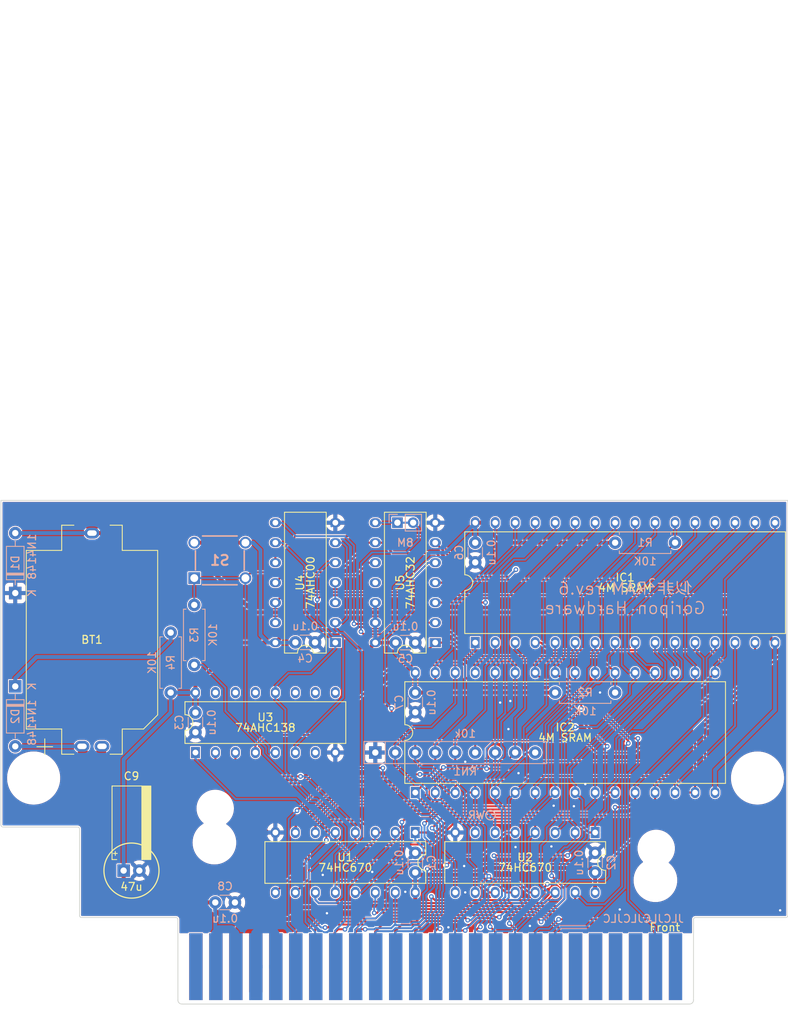
<source format=kicad_pcb>
(kicad_pcb (version 20221018) (generator pcbnew)
  (title_block (title "ESE2RAM Cartridge (74x670 version)") (date "2025-06-06") (rev "6") (company "Goripon Hardware"))
  (layers (0 "F.Cu" signal) (31 "B.Cu" signal) (34 "B.Paste" user) (35 "F.Paste" user) (36 "B.SilkS" user "B.Silkscreen") (37 "F.SilkS" user "F.Silkscreen") (38 "B.Mask" user) (39 "F.Mask" user) (44 "Edge.Cuts" user))
  (net 0 "")
  (net 1 "+5V")
  (net 2 "GND")
  (net 3 "/BATT-")
  (net 4 "/RAM_A18")
  (net 5 "/RAM_A16")
  (net 6 "/RAM_A14")
  (net 7 "/A12")
  (net 8 "/A7")
  (net 9 "/A6")
  (net 10 "/A5")
  (net 11 "/A4")
  (net 12 "/A3")
  (net 13 "/A2")
  (net 14 "/A1")
  (net 15 "/A0")
  (net 16 "/D0")
  (net 17 "/D1")
  (net 18 "/D2")
  (net 19 "/D3")
  (net 20 "/D4")
  (net 21 "/D5")
  (net 22 "/D6")
  (net 23 "/D7")
  (net 24 "/~{RAM0_CE}")
  (net 25 "/A10")
  (net 26 "/~{CS12}")
  (net 27 "/A11")
  (net 28 "/A9")
  (net 29 "/A8")
  (net 30 "/RAM_A13")
  (net 31 "/~{RAM_WE}")
  (net 32 "/RAM_A17")
  (net 33 "/RAM_A15")
  (net 44 "/~{RAM1_CE}")
  (net 45 "/~{SLTSL}")
  (net 46 "/~{WR}")
  (net 48 "/~{RD}")
  (net 49 "/~{RESET}")
  (net 50 "/A15")
  (net 52 "Net-(CN1-SW1)")
  (net 56 "/A14")
  (net 57 "Net-(U1-~{Er})")
  (net 58 "Net-(U1-~{Ew})")
  (net 66 "Net-(U4-Pad3)")
  (net 67 "/A13")
  (net 68 "/RAM_A19")
  (net 69 "Net-(U4-Pad8)")
  (net 70 "Net-(U4-Pad11)")
  (net 72 "/EN_WR")
  (net 73 "/~{SLOTSELECT}")
  (net 74 "Net-(D2-K)")
  (net 75 "Net-(BT1-+)")
  (footprint "ProjectLibrary:DIP14_300mil_FineLongPad" (layer "F.Cu") (at 91.19 109.81 180)
    (fp_text reference "U5")
    (fp_text value "74AHC32")
  )
  (footprint "ProjectLibrary:DIP16_300mil_FineLongPad" (layer "F.Cu") (at 73.41 127.59 90)
    (fp_text reference "U3")
    (fp_text value "74AHC138")
  )
  (footprint "ProjectLibrary:DIP32_600mil_FineLongPad" (layer "F.Cu") (at 119.13 109.81 90)
    (fp_text reference "IC1")
    (fp_text value "4M SRAM")
  )
  (footprint "ProjectLibrary:DIP14_300mil_FineLongPad" (layer "F.Cu") (at 78.49 109.81 180)
    (fp_text reference "U4")
    (fp_text value "74AHC00")
  )
  (footprint "ProjectLibrary:BatteryHolder_CH2x-2032LF" (layer "F.Cu") (at 51.37 117.06 -90)
    (fp_text reference "BT1")
    (fp_text value "CR2032")
  )
  (footprint "ProjectLibrary:DIP16_300mil_FineLongPad" (layer "F.Cu") (at 83.57 145.37 -90)
    (fp_text reference "U1")
    (fp_text value "74HC670")
  )
  (footprint "ProjectLibrary:DIP32_600mil_FineLongPad" (layer "F.Cu") (at 111.51 128.86 90)
    (fp_text reference "IC2")
    (fp_text value "4M SRAM")
  )
  (footprint "ProjectLibrary:BUS_MSX_CARD_SHORT" (layer "F.Cu") (at 95.0565 159.05)
    (fp_text reference "CN1" hide)
    (fp_text value "BUS_MSX")
    (fp_line (start -55.25 -18.44) (end -55.25 -56.19) (stroke (width 0.1)) (layer "Edge.Cuts"))
    (fp_line (start -45.515 -18.19) (end -55 -18.19) (stroke (width 0.1)) (layer "Edge.Cuts"))
    (fp_line (start -45.265 -6.94) (end -45.265 -17.94) (stroke (width 0.1)) (layer "Edge.Cuts"))
    (fp_line (start -33.015 -6.69) (end -45.015 -6.69) (stroke (width 0.1)) (layer "Edge.Cuts"))
    (fp_line (start -32.765 3.81) (end -32.765 -6.44) (stroke (width 0.1)) (layer "Edge.Cuts"))
    (fp_line (start 32.265 4.31) (end -32.265 4.31) (stroke (width 0.1)) (layer "Edge.Cuts"))
    (fp_line (start 32.765 3.81) (end 32.765 -6.44) (stroke (width 0.1)) (layer "Edge.Cuts"))
    (fp_line (start 33.015 -6.69) (end 44.5 -6.69) (stroke (width 0.1)) (layer "Edge.Cuts"))
    (fp_line (start 44.75 -6.94) (end 44.75 -56.19) (stroke (width 0.1)) (layer "Edge.Cuts"))
    (fp_arc (start -55 -18.19) (mid -55.176777 -18.263223) (end -55.25 -18.44) (stroke (width 0.1)) (layer "Edge.Cuts"))
    (fp_arc (start -45.515 -18.19) (mid -45.338223 -18.116777) (end -45.265 -17.94) (stroke (width 0.1)) (layer "Edge.Cuts"))
    (fp_arc (start -45.015 -6.69) (mid -45.191777 -6.763223) (end -45.265 -6.94) (stroke (width 0.1)) (layer "Edge.Cuts"))
    (fp_arc (start -33.015 -6.69) (mid -32.838223 -6.616777) (end -32.765 -6.44) (stroke (width 0.1)) (layer "Edge.Cuts"))
    (fp_arc (start -32.265 4.31) (mid -32.618553 4.163553) (end -32.765 3.81) (stroke (width 0.1)) (layer "Edge.Cuts"))
    (fp_arc (start 32.765 -6.44) (mid 32.838223 -6.616777) (end 33.015 -6.69) (stroke (width 0.1)) (layer "Edge.Cuts"))
    (fp_arc (start 32.765 3.81) (mid 32.618553 4.163553) (end 32.265 4.31) (stroke (width 0.1)) (layer "Edge.Cuts"))
    (fp_arc (start 44.75 -6.94) (mid 44.676777 -6.763223) (end 44.5 -6.69) (stroke (width 0.1)) (layer "Edge.Cuts"))
  )
  (footprint "ProjectLibrary:CP_Radial_D5.0mm_P2.00mm_Horizontal" (layer "F.Cu") (at 55.39 146.4)
    (fp_text reference "C9")
    (fp_text value "47u")
  )
  (footprint "ProjectLibrary:DIP16_300mil_FineLongPad" (layer "F.Cu") (at 106.43 145.37 -90)
    (fp_text reference "U2")
    (fp_text value "74HC670")
  )
  (footprint "Diode_THT:D_DO-35_SOD27_P7.62mm_Horizontal" (layer "B.Cu") (at 41.62 122.99 -90)
    (fp_text reference "D2")
    (fp_text value "1N4148")
  )
  (footprint "Capacitor_THT:C_Disc_D3.0mm_W1.6mm_P2.50mm" (layer "B.Cu") (at 115.32 146.64 90)
    (fp_text reference "C2")
    (fp_text value "0.1u")
  )
  (footprint "Resistor_THT:R_Axial_DIN0207_L6.3mm_D2.5mm_P7.62mm_Horizontal" (layer "B.Cu") (at 61.37 123.78 90)
    (fp_text reference "R4")
    (fp_text value "10K")
  )
  (footprint "Resistor_THT:R_Array_SIP9" (layer "B.Cu") (at 87.38 131.4)
    (fp_text reference "RN1")
    (fp_text value "10k")
  )
  (footprint "Capacitor_THT:C_Disc_D3.0mm_W1.6mm_P2.50mm" (layer "B.Cu") (at 89.96 117.43)
    (fp_text reference "C5")
    (fp_text value "0.1u")
  )
  (footprint "Capacitor_THT:C_Disc_D3.0mm_W1.6mm_P2.50mm" (layer "B.Cu") (at 69.54 150.45 180)
    (fp_text reference "C8")
    (fp_text value "0.1u")
  )
  (footprint "Resistor_THT:R_Axial_DIN0207_L6.3mm_D2.5mm_P7.62mm_Horizontal" (layer "B.Cu") (at 64.37 112.64 -90)
    (fp_text reference "R3")
    (fp_text value "10K")
  )
  (footprint "Capacitor_THT:C_Disc_D3.0mm_W1.6mm_P2.50mm" (layer "B.Cu") (at 92.46 123.78 -90)
    (fp_text reference "C7")
    (fp_text value "0.1u")
  )
  (footprint "Capacitor_THT:C_Disc_D3.0mm_W1.6mm_P2.50mm" (layer "B.Cu") (at 64.52 126.32 -90)
    (fp_text reference "C3")
    (fp_text value "0.1u")
  )
  (footprint "Resistor_THT:R_Axial_DIN0207_L6.3mm_D2.5mm_P7.62mm_Horizontal" (layer "B.Cu") (at 125.48 104.73 180)
    (fp_text reference "R1")
    (fp_text value "10K")
  )
  (footprint "Diode_THT:D_DO-35_SOD27_P7.62mm_Horizontal" (layer "B.Cu") (at 41.62 111.13 90)
    (fp_text reference "D1")
    (fp_text value "1N4148")
  )
  (footprint "Capacitor_THT:C_Disc_D3.0mm_W1.6mm_P2.50mm" (layer "B.Cu") (at 77.22 117.4)
    (fp_text reference "C4")
    (fp_text value "0.1u")
  )
  (footprint "ProjectLibrary:DTS63NV" (layer "B.Cu") (at 67.62 106.98)
    (fp_text reference "S1")
    (fp_text value "DTS-63N-V" hide)
  )
  (footprint "Connector_PinHeader_2.00mm:PinHeader_1x02_P2.00mm_Vertical" (layer "B.Cu") (at 90.19 102.19 -90)
    (fp_text reference "J1")
    (fp_text value "8M")
  )
  (footprint "Resistor_THT:R_Axial_DIN0207_L6.3mm_D2.5mm_P7.62mm_Horizontal" (layer "B.Cu") (at 117.86 123.78 180)
    (fp_text reference "R2")
    (fp_text value "10K")
  )
  (footprint "Capacitor_THT:C_Disc_D3.0mm_W1.6mm_P2.50mm" (layer "B.Cu") (at 100.08 104.73 -90)
    (fp_text reference "C6")
    (fp_text value "0.1u")
  )
  (footprint "Capacitor_THT:C_Disc_D3.0mm_W1.6mm_P2.50mm" (layer "B.Cu") (at 92.46 146.64 90)
    (fp_text reference "C1")
    (fp_text value "0.1u")
  )
  (gr_circle (center 102.02 139.36) (end 102.62 139.36) (stroke (width 0.153)) (fill none) (layer "B.SilkS"))
  (gr_circle (center 56.39 146.4) (end 59.89 146.4) (stroke (width 0.153)) (fill none) (layer "F.SilkS"))
  (gr_line (start 139.8065 99.36) (end 139.8065 102.86) (stroke (width 0.1)) (layer "Edge.Cuts"))
  (gr_line (start 39.8065 99.36) (end 39.8065 102.86) (stroke (width 0.1)) (layer "Edge.Cuts"))
  (gr_line (start 139.8065 99.36) (end 39.8065 99.36) (stroke (width 0.1)) (layer "Edge.Cuts"))
  (gr_text "似非²RAM rev.6\nGoripon Hardware" (at 119.13 111.81) (layer "B.SilkS") (effects (font (size 1.53 1.53) (thickness 0.153)) (justify mirror)))
  (gr_text "WR" (at 101.42 139.36) (layer "B.SilkS") (effects (font (size 1 1) (thickness 0.153)) (justify left mirror)))
  (gr_text "JLCJLCJLCJLC" (at 126.685 153.1) (layer "B.SilkS") (effects (font (size 1 1) (thickness 0.153)) (justify left bottom mirror)))
  (segment (start 82.846 115.8451) (end 76.2649 115.8451) (width 0.508) (layer "F.Cu") (net 1))
  (segment (start 77.98 151.05) (end 84.511967 151.05) (width 0.508) (layer "F.Cu") (net 1))
  (segment (start 115.32 146.64) (end 115.32 149.18) (width 0.508) (layer "F.Cu") (net 1))
  (segment (start 92.46 146.64) (end 92.758 146.938) (width 0.508) (layer "F.Cu") (net 1))
  (segment (start 74.68 117.43) (end 69.96 117.43) (width 0.508) (layer "F.Cu") (net 1))
  (segment (start 58.41 150.45) (end 67.04 150.45) (width 0.508) (layer "F.Cu") (net 1))
  (segment (start 84.511967 151.05) (end 84.700267 150.8617) (width 0.508) (layer "F.Cu") (net 1))
  (segment (start 69.96 117.43) (end 64.52 122.87) (width 0.508) (layer "F.Cu") (net 1))
  (segment (start 110.24 123.78) (end 109.0571 123.78) (width 0.508) (layer "F.Cu") (net 1))
  (segment (start 76.2649 115.8451) (end 74.68 117.43) (width 0.508) (layer "F.Cu") (net 1))
  (segment (start 103.41 104.73) (end 100.87 102.19) (width 0.508) (layer "F.Cu") (net 1))
  (segment (start 92.46 123.78) (end 109.0571 123.78) (width 0.508) (layer "F.Cu") (net 1))
  (segment (start 92.46 150.124465) (end 92.46 149.18) (width 0.508) (layer "F.Cu") (net 1))
  (segment (start 100.4841 146.938) (end 101.3541 146.068) (width 0.508) (layer "F.Cu") (net 1))
  (segment (start 67.04 150.45) (end 67.04 151.45) (width 0.508) (layer "F.Cu") (net 1))
  (segment (start 100.87 102.19) (end 100.08 102.19) (width 0.508) (layer "F.Cu") (net 1))
  (segment (start 114.748 146.068) (end 115.32 146.64) (width 0.508) (layer "F.Cu") (net 1))
  (segment (start 55.39 146.4) (end 55.39 147.43) (width 0.508) (layer "F.Cu") (net 1))
  (segment (start 117.86 104.73) (end 103.41 104.73) (width 0.508) (layer "F.Cu") (net 1))
  (segment (start 91.722764 150.8617) (end 92.46 150.124465) (width 0.508) (layer "F.Cu") (net 1))
  (segment (start 76.47 152.56) (end 77.98 151.05) (width 0.508) (layer "F.Cu") (net 1))
  (segment (start 68.15 152.56) (end 76.47 152.56) (width 0.508) (layer "F.Cu") (net 1))
  (segment (start 84.700267 150.8617) (end 91.722764 150.8617) (width 0.508) (layer "F.Cu") (net 1))
  (segment (start 87.38 117.43) (end 86.75 118.06) (width 0.508) (layer "F.Cu") (net 1))
  (segment (start 64.37 104.73) (end 70.87 104.73) (width 0.508) (layer "F.Cu") (net 1))
  (segment (start 55.39 147.43) (end 58.41 150.45) (width 0.508) (layer "F.Cu") (net 1))
  (segment (start 85.0609 118.06) (end 82.846 115.8451) (width 0.508) (layer "F.Cu") (net 1))
  (segment (start 101.3541 146.068) (end 114.748 146.068) (width 0.508) (layer "F.Cu") (net 1))
  (segment (start 86.75 118.06) (end 85.0609 118.06) (width 0.508) (layer "F.Cu") (net 1))
  (segment (start 64.52 122.87) (end 64.52 123.78) (width 0.508) (layer "F.Cu") (net 1))
  (segment (start 89.96 117.43) (end 87.38 117.43) (width 0.508) (layer "F.Cu") (net 1))
  (segment (start 67.04 151.45) (end 68.15 152.56) (width 0.508) (layer "F.Cu") (net 1))
  (segment (start 92.758 146.938) (end 100.4841 146.938) (width 0.508) (layer "F.Cu") (net 1))
  (segment (start 100.08 104.73) (end 100.08 102.19) (width 0.508) (layer "B.Cu") (net 1))
  (segment (start 72.78 116.46) (end 72.78 105.66) (width 0.508) (layer "B.Cu") (net 1))
  (segment (start 74.68 117.43) (end 73.75 117.43) (width 0.508) (layer "B.Cu") (net 1))
  (segment (start 89.96 118.74) (end 92.46 121.24) (width 0.508) (layer "B.Cu") (net 1))
  (segment (start 89.96 117.43) (end 89.96 118.74) (width 0.508) (layer "B.Cu") (net 1))
  (segment (start 92.46 149.18) (end 92.46 146.64) (width 0.508) (layer "B.Cu") (net 1))
  (segment (start 67.04 158.61) (end 67.04 150.45) (width 0.508) (layer "B.Cu") (net 1))
  (segment (start 77.19 117.43) (end 74.68 117.43) (width 0.508) (layer "B.Cu") (net 1))
  (segment (start 100.08 102.24) (end 96.32 106) (width 0.508) (layer "B.Cu") (net 1))
  (segment (start 64.52 123.78) (end 61.37 123.78) (width 0.508) (layer "B.Cu") (net 1))
  (segment (start 89.85 110.44) (end 89.85 114.96) (width 0.508) (layer "B.Cu") (net 1))
  (segment (start 67.04 158.61) (end 67.04 154.36) (width 1.016) (layer "B.Cu") (net 1))
  (segment (start 61.37 123.78) (end 61.37 126.3) (width 0.508) (layer "B.Cu") (net 1))
  (segment (start 55.39 132.28) (end 55.39 146.4) (width 0.508) (layer "B.Cu") (net 1))
  (segment (start 69.072 153.852) (end 69.58 154.36) (width 1.016) (layer "B.Cu") (net 1))
  (segment (start 72.78 105.66) (end 71.85 104.73) (width 0.508) (layer "B.Cu") (net 1))
  (segment (start 67.04 154.36) (end 67.548 153.852) (width 1.016) (layer "B.Cu") (net 1))
  (segment (start 64.52 123.78) (end 64.52 126.32) (width 0.508) (layer "B.Cu") (net 1))
  (segment (start 67.548 153.852) (end 69.072 153.852) (width 1.016) (layer "B.Cu") (net 1))
  (segment (start 87.38 114.89) (end 87.38 112.35) (width 0.508) (layer "B.Cu") (net 1))
  (segment (start 92.46 123.78) (end 92.46 121.24) (width 0.508) (layer "B.Cu") (net 1))
  (segment (start 61.37 126.3) (end 55.39 132.28) (width 0.508) (layer "B.Cu") (net 1))
  (segment (start 96.32 106) (end 94.29 106) (width 0.508) (layer "B.Cu") (net 1))
  (segment (start 94.29 106) (end 89.85 110.44) (width 0.508) (layer "B.Cu") (net 1))
  (segment (start 69.58 154.36) (end 69.58 158.61) (width 1.016) (layer "B.Cu") (net 1))
  (segment (start 89.85 114.96) (end 87.38 117.43) (width 0.508) (layer "B.Cu") (net 1))
  (segment (start 71.85 104.73) (end 70.87 104.73) (width 0.508) (layer "B.Cu") (net 1))
  (segment (start 100.08 102.19) (end 100.08 102.24) (width 0.508) (layer "B.Cu") (net 1))
  (segment (start 73.75 117.43) (end 72.78 116.46) (width 0.508) (layer "B.Cu") (net 1))
  (segment (start 87.38 117.43) (end 87.38 114.89) (width 0.508) (layer "B.Cu") (net 1))
  (segment (start 63.243468 125.07) (end 63.243468 127.543468) (width 0.254) (layer "F.Cu") (net 2))
  (segment (start 92.543 103.527) (end 84.767 103.527) (width 0.254) (layer "F.Cu") (net 2))
  (segment (start 81.13 118.81) (end 79.72 117.4) (width 0.254) (layer "F.Cu") (net 2))
  (segment (start 91.08 118.81) (end 81.13 118.81) (width 0.254) (layer "F.Cu") (net 2))
  (segment (start 106.2944 141.9444) (end 106.2944 141.3796) (width 0.254) (layer "F.Cu") (net 2))
  (segment (start 63.243468 125.07) (end 63.243468 123.393468) (width 0.254) (layer "F.Cu") (net 2))
  (segment (start 114.5 143.32) (end 109.77 143.32) (width 0.254) (layer "F.Cu") (net 2))
  (segment (start 92.46 144.14) (end 94.1391 144.14) (width 0.254) (layer "F.Cu") (net 2))
  (segment (start 67.43 125.07) (end 63.243468 125.07) (width 0.254) (layer "F.Cu") (net 2))
  (segment (start 63.243468 127.543468) (end 64.52 128.82) (width 0.254) (layer "F.Cu") (net 2))
  (segment (start 65.5003 129.8003) (end 65.5003 133.2012) (width 0.254) (layer "F.Cu") (net 2))
  (segment (start 98.2 103.98) (end 98.2 105.35) (width 0.254) (layer "F.Cu") (net 2))
  (segment (start 106.2944 141.3796) (end 105.5027 140.5879) (width 0.254) (layer "F.Cu") (net 2))
  (segment (start 79.72 117.4) (end 74.5469 122.5731) (width 0.254) (layer "F.Cu") (net 2))
  (segment (start 74.68 141.56) (end 73.8591 141.56) (width 0.254) (layer "F.Cu") (net 2))
  (segment (start 94.1391 144.14) (end 96.7191 141.56) (width 0.254) (layer "F.Cu") (net 2))
  (segment (start 93.88 102.19) (end 92.543 103.527) (width 0.254) (layer "F.Cu") (net 2))
  (segment (start 95 102.19) (end 93.88 102.19) (width 0.254) (layer "F.Cu") (net 2))
  (segment (start 50.98 111.13) (end 41.62 111.13) (width 0.254) (layer "F.Cu") (net 2))
  (segment (start 115.32 144.14) (end 114.5 143.32) (width 0.254) (layer "F.Cu") (net 2))
  (segment (start 109.75 143.32) (end 107.67 143.32) (width 0.254) (layer "F.Cu") (net 2))
  (segment (start 84.767 103.527) (end 83.43 102.19) (width 0.254) (layer "F.Cu") (net 2))
  (segment (start 64.52 128.82) (end 65.5003 129.8003) (width 0.254) (layer "F.Cu") (net 2))
  (segment (start 98.59 141.56) (end 97.54 141.56) (width 0.254) (layer "F.Cu") (net 2))
  (segment (start 100.08 107.23) (end 98.2 105.35) (width 0.254) (layer "F.Cu") (net 2))
  (segment (start 74.5469 122.5731) (end 69.3069 122.5731) (width 0.254) (layer "F.Cu") (net 2))
  (segment (start 109.77 143.32) (end 109.76 143.33) (width 0.254) (layer "F.Cu") (net 2))
  (segment (start 68.31 124.19) (end 67.43 125.07) (width 0.254) (layer "F.Cu") (net 2))
  (segment (start 65.5003 133.2012) (end 73.8591 141.56) (width 0.254) (layer "F.Cu") (net 2))
  (segment (start 99.5621 140.5879) (end 98.59 141.56) (width 0.254) (layer "F.Cu") (net 2))
  (segment (start 87.38 131.4) (end 82.3 131.4) (width 0.254) (layer "F.Cu") (net 2))
  (segment (start 69.3069 122.5731) (end 68.31 123.57) (width 0.254) (layer "F.Cu") (net 2))
  (segment (start 105.5027 140.5879) (end 99.5621 140.5879) (width 0.254) (layer "F.Cu") (net 2))
  (segment (start 63.243468 123.393468) (end 50.98 111.13) (width 0.254) (layer "F.Cu") (net 2))
  (segment (start 98.2 103.98) (end 96.41 102.19) (width 0.254) (layer "F.Cu") (net 2))
  (segment (start 109.76 143.33) (end 109.75 143.32) (width 0.254) (layer "F.Cu") (net 2))
  (segment (start 92.46 117.43) (end 91.08 118.81) (width 0.254) (layer "F.Cu") (net 2))
  (segment (start 96.41 102.19) (end 95 102.19) (width 0.254) (layer "F.Cu") (net 2))
  (segment (start 107.67 143.32) (end 106.2944 141.9444) (width 0.254) (layer "F.Cu") (net 2))
  (segment (start 83.43 102.19) (end 82.3 102.19) (width 0.254) (layer "F.Cu") (net 2))
  (segment (start 97.54 141.56) (end 96.7191 141.56) (width 0.254) (layer "F.Cu") (net 2))
  (segment (start 68.31 123.57) (end 68.31 124.19) (width 0.254) (layer "F.Cu") (net 2))
  (via (at 110.05 138.16) (size 0.6) (drill 0.3) (layers "F.Cu" "B.Cu") (net 2))
  (via (at 109.76 143.33) (size 0.6) (drill 0.3) (layers "F.Cu" "B.Cu") (net 2))
  (via (at 98.81 132.57) (size 0.6) (drill 0.3) (layers "F.Cu" "B.Cu") (net 2))
  (via (at 98.67 145.82) (size 0.6) (drill 0.3) (layers "F.Cu" "B.Cu") (net 2))
  (via (at 114.07 135.41) (size 0.6) (drill 0.3) (layers "F.Cu" "B.Cu") (net 2))
  (via (at 112.62 138.22) (size 0.6) (drill 0.3) (layers "F.Cu" "B.Cu") (net 2))
  (via (at 98.81 149.17) (size 0.6) (drill 0.3) (layers "F.Cu" "B.Cu") (net 2))
  (via (at 118.45 151.34) (size 0.6) (drill 0.3) (layers "F.Cu" "B.Cu") (net 2))
  (via (at 80.7 146.95) (size 0.6) (drill 0.3) (layers "F.Cu" "B.Cu") (net 2))
  (via (at 96.67 153.61) (size 0.6) (drill 0.3) (layers "F.Cu" "B.Cu") (net 2))
  (via (at 107.03 153.43) (size 0.6) (drill 0.3) (layers "F.Cu" "B.Cu") (net 2))
  (via (at 91.19 149.1) (size 0.6) (drill 0.3) (layers "F.Cu" "B.Cu") (net 2))
  (via (at 86.99 146.57) (size 0.6) (drill 0.3) (layers "F.Cu" "B.Cu") (net 2))
  (via (at 103.25 125.05) (size 0.6) (drill 0.3) (layers "F.Cu" "B.Cu") (net 2))
  (via (at 115.94 123.77) (size 0.6) (drill 0.3) (layers "F.Cu" "B.Cu") (net 2))
  (via (at 105.58 134.02) (size 0.6) (drill 0.3) (layers "F.Cu" "B.Cu") (net 2))
  (via (at 104.54 124.85) (size 0.6) (drill 0.3) (layers "F.Cu" "B.Cu") (net 2))
  (via (at 138.83 151.45) (size 0.6) (drill 0.3) (layers "F.Cu" "B.Cu") (net 2))
  (via (at 81.23 151.82) (size 0.6) (drill 0.3) (layers "F.Cu" "B.Cu") (net 2))
  (via (at 105.2 143.41) (size 0.6) (drill 0.3) (layers "F.Cu" "B.Cu") (net 2))
  (via (at 104.3 128.42) (size 0.6) (drill 0.3) (layers "F.Cu" "B.Cu") (net 2))
  (segment (start 92.46 117.43) (end 93.5372 118.5072) (width 0.254) (layer "B.Cu") (net 2))
  (segment (start 87.38 131.7206) (end 87.38 129.92) (width 0.254) (layer "B.Cu") (net 2))
  (segment (start 93.5372 125.2028) (end 92.46 126.28) (width 0.254) (layer "B.Cu") (net 2))
  (segment (start 58.5331 147.5431) (end 57.39 146.4) (width 0.254) (layer "B.Cu") (net 2))
  (segment (start 91.42 127.32) (end 92.46 126.28) (width 0.254) (layer "B.Cu") (net 2))
  (segment (start 91.606 138.7761) (end 91.606 143.286) (width 0.254) (layer "B.Cu") (net 2))
  (segment (start 81.81376 102.638) (end 81.80176 102.65) (width 0.254) (layer "B.Cu") (net 2))
  (segment (start 74.66 154.36) (end 74.66 158.61) (width 1.016) (layer "B.Cu") (net 2))
  (segment (start 96.29 111.02) (end 96.29 113.16) (width 0.254) (layer "B.Cu") (net 2))
  (segment (start 87.38 131.7206) (end 87.38 134.5501) (width 0.254) (layer "B.Cu") (net 2))
  (segment (start 91.606 143.286) (end 92.46 144.14) (width 0.254) (layer "B.Cu") (net 2))
  (segment (start 72.12 153.03) (end 72.12 158.61) (width 0.254) (layer "B.Cu") (net 2))
  (segment (start 93.5372 118.5072) (end 93.5372 125.2028) (width 0.254) (layer "B.Cu") (net 2))
  (segment (start 87.38 129.92) (end 89.98 127.32) (width 0.254) (layer "B.Cu") (net 2))
  (segment (start 69.54 150.45) (end 72.12 153.03) (width 0.254) (layer "B.Cu") (net 2))
  (segment (start 74.68 141.56) (end 73.8591 141.56) (width 0.254) (layer "B.Cu") (net 2))
  (segment (start 72.12 154.36) (end 72.628 153.852) (width 1.016) (layer "B.Cu") (net 2))
  (segment (start 72.628 153.852) (end 74.152 153.852) (width 1.016) (layer "B.Cu") (net 2))
  (segment (start 93.37 116.52) (end 92.46 117.43) (width 0.254) (layer "B.Cu") (net 2))
  (segment (start 87.38 134.5501) (end 91.606 138.7761) (width 0.254) (layer "B.Cu") (net 2))
  (segment (start 93.37 114.34) (end 93.37 116.52) (width 0.254) (layer "B.Cu") (net 2))
  (segment (start 94.09 113.62) (end 93.37 114.34) (width 0.254) (layer "B.Cu") (net 2))
  (segment (start 67.876 147.5431) (end 58.5331 147.5431) (width 0.254) (layer "B.Cu") (net 2))
  (segment (start 95.83 113.62) (end 94.09 113.62) (width 0.254) (layer "B.Cu") (net 2))
  (segment (start 74.152 153.852) (end 74.66 154.36) (width 1.016) (layer "B.Cu") (net 2))
  (segment (start 96.29 113.16) (end 95.83 113.62) (width 0.254) (layer "B.Cu") (net 2))
  (segment (start 67.876 147.5431) (end 73.8591 141.56) (width 0.254) (layer "B.Cu") (net 2))
  (segment (start 89.98 127.32) (end 91.42 127.32) (width 0.254) (layer "B.Cu") (net 2))
  (segment (start 67.876 148.786) (end 67.876 147.5431) (width 0.254) (layer "B.Cu") (net 2))
  (segment (start 72.12 158.61) (end 72.12 154.36) (width 1.016) (layer "B.Cu") (net 2))
  (segment (start 69.54 150.45) (end 67.876 148.786) (width 0.254) (layer "B.Cu") (net 2))
  (segment (start 100.08 107.23) (end 96.29 111.02) (width 0.254) (layer "B.Cu") (net 2))
  (segment (start 87.38 131.4) (end 87.38 131.7206) (width 0.254) (layer "B.Cu") (net 2))
  (segment (start 65.23 106.89) (end 71.9267 113.5867) (width 0.508) (layer "F.Cu") (net 3))
  (segment (start 51.37 103.51) (end 52.52 103.51) (width 0.508) (layer "F.Cu") (net 3))
  (segment (start 55.9 106.89) (end 65.23 106.89) (width 0.508) (layer "F.Cu") (net 3))
  (segment (start 134.3367 113.5867) (end 138.18 117.43) (width 0.508) (layer "F.Cu") (net 3))
  (segment (start 71.9267 113.5867) (end 134.3367 113.5867) (width 0.508) (layer "F.Cu") (net 3))
  (segment (start 52.52 103.51) (end 55.9 106.89) (width 0.508) (layer "F.Cu") (net 3))
  (segment (start 138.18 117.43) (end 138.18 126.0009) (width 0.508) (layer "B.Cu") (net 3))
  (segment (start 138.18 126.0009) (end 130.56 133.6209) (width 0.508) (layer "B.Cu") (net 3))
  (segment (start 130.56 133.6209) (end 130.56 136.48) (width 0.508) (layer "B.Cu") (net 3))
  (segment (start 51.37 103.51) (end 41.62 103.51) (width 0.508) (layer "B.Cu") (net 3))
  (segment (start 92.46 136.48) (end 93.42 135.52) (width 0.254) (layer "F.Cu") (net 4))
  (segment (start 93.42 135.13) (end 95 133.55) (width 0.254) (layer "F.Cu") (net 4))
  (segment (start 95 133.55) (end 95 131.4) (width 0.254) (layer "F.Cu") (net 4))
  (segment (start 93.42 135.52) (end 93.42 135.13) (width 0.254) (layer "F.Cu") (net 4))
  (segment (start 97.54 149.18) (end 97.54 145.38) (width 0.254) (layer "B.Cu") (net 4))
  (segment (start 95 131.4) (end 95 130.3441) (width 0.254) (layer "B.Cu") (net 4))
  (segment (start 96.001 143.841) (end 96.001 140.321) (width 0.254) (layer "B.Cu") (net 4))
  (segment (start 100.08 118.32) (end 100.08 117.43) (width 0.254) (layer "B.Cu") (net 4))
  (segment (start 92.46 136.78) (end 92.46 136.48) (width 0.254) (layer "B.Cu") (net 4))
  (segment (start 96.001 140.321) (end 92.46 136.78) (width 0.254) (layer "B.Cu") (net 4))
  (segment (start 98.77 119.63) (end 100.08 118.32) (width 0.254) (layer "B.Cu") (net 4))
  (segment (start 95 130.3441) (end 98.77 126.5741) (width 0.254) (layer "B.Cu") (net 4))
  (segment (start 97.54 145.38) (end 96.001 143.841) (width 0.254) (layer "B.Cu") (net 4))
  (segment (start 98.77 126.5741) (end 98.77 119.63) (width 0.254) (layer "B.Cu") (net 4))
  (segment (start 97.54 133.06) (end 97.54 131.4) (width 0.254) (layer "F.Cu") (net 5))
  (segment (start 82.554716 137.9841) (end 79.76 140.778816) (width 0.254) (layer "F.Cu") (net 5))
  (segment (start 95 137.305484) (end 94.321384 137.9841) (width 0.254) (layer "F.Cu") (net 5))
  (segment (start 94.321384 137.9841) (end 82.554716 137.9841) (width 0.254) (layer "F.Cu") (net 5))
  (segment (start 79.76 140.778816) (end 79.76 141.56) (width 0.254) (layer "F.Cu") (net 5))
  (segment (start 95 136.48) (end 95 135.6) (width 0.254) (layer "F.Cu") (net 5))
  (segment (start 95 136.48) (end 95 137.305484) (width 0.254) (layer "F.Cu") (net 5))
  (segment (start 95 135.6) (end 97.54 133.06) (width 0.254) (layer "F.Cu") (net 5))
  (segment (start 102.62 117.43) (end 102.62 119.19) (width 0.254) (layer "B.Cu") (net 5))
  (segment (start 101.36 125.9826) (end 97.54 129.8026) (width 0.254) (layer "B.Cu") (net 5))
  (segment (start 97.54 129.8026) (end 97.54 131.4) (width 0.254) (layer "B.Cu") (net 5))
  (segment (start 101.36 120.45) (end 101.36 125.9826) (width 0.254) (layer "B.Cu") (net 5))
  (segment (start 102.62 119.19) (end 101.36 120.45) (width 0.254) (layer "B.Cu") (net 5))
  (segment (start 89.296716 137.2221) (end 82.2251 137.2221) (width 0.254) (layer "F.Cu") (net 6))
  (segment (start 78.557 145.303) (end 74.68 149.18) (width 0.254) (layer "F.Cu") (net 6))
  (segment (start 97.54 135.704016) (end 97.54 136.48) (width 0.254) (layer "F.Cu") (net 6))
  (segment (start 92.348816 134.17) (end 89.296716 137.2221) (width 0.254) (layer "F.Cu") (net 6))
  (segment (start 98.4781 135.1419) (end 98.102116 135.1419) (width 0.254) (layer "F.Cu") (net 6))
  (segment (start 78.557 140.8902) (end 78.557 145.303) (width 0.254) (layer "F.Cu") (net 6))
  (segment (start 101.15 132.47) (end 98.4781 135.1419) (width 0.254) (layer "F.Cu") (net 6))
  (segment (start 104.09 132.47) (end 101.15 132.47) (width 0.254) (layer "F.Cu") (net 6))
  (segment (start 98.102116 135.1419) (end 97.54 135.704016) (width 0.254) (layer "F.Cu") (net 6))
  (segment (start 93.05 134.17) (end 92.348816 134.17) (width 0.254) (layer "F.Cu") (net 6))
  (segment (start 82.2251 137.2221) (end 78.557 140.8902) (width 0.254) (layer "F.Cu") (net 6))
  (segment (start 105.16 131.4) (end 104.09 132.47) (width 0.254) (layer "F.Cu") (net 6))
  (via (at 93.05 134.17) (size 0.6) (drill 0.3) (layers "F.Cu" "B.Cu") (net 6))
  (segment (start 105.16 127.04) (end 106.41 125.79) (width 0.254) (layer "B.Cu") (net 6))
  (segment (start 106.41 119.55) (end 105.16 118.3) (width 0.254) (layer "B.Cu") (net 6))
  (segment (start 106.41 125.79) (end 106.41 119.55) (width 0.254) (layer "B.Cu") (net 6))
  (segment (start 94.4091 134.17) (end 96.7191 136.48) (width 0.254) (layer "B.Cu") (net 6))
  (segment (start 96.7191 136.48) (end 97.54 136.48) (width 0.254) (layer "B.Cu") (net 6))
  (segment (start 105.16 131.4) (end 105.16 127.04) (width 0.254) (layer "B.Cu") (net 6))
  (segment (start 93.05 134.17) (end 94.4091 134.17) (width 0.254) (layer "B.Cu") (net 6))
  (segment (start 105.16 118.3) (end 105.16 117.43) (width 0.254) (layer "B.Cu") (net 6))
  (segment (start 95.5488 137.8452) (end 97.9748 137.8452) (width 0.254) (layer "F.Cu") (net 7))
  (segment (start 90.76 140.24) (end 91.8021 139.1979) (width 0.254) (layer "F.Cu") (net 7))
  (segment (start 100.08 135.6) (end 100.08 136.48) (width 0.254) (layer "F.Cu") (net 7))
  (segment (start 132.04 120.37) (end 132.04 121.918784) (width 0.254) (layer "F.Cu") (net 7))
  (segment (start 94.1961 139.1979) (end 95.5488 137.8452) (width 0.254) (layer "F.Cu") (net 7))
  (segment (start 100.7 134.98) (end 100.08 135.6) (width 0.254) (layer "F.Cu") (net 7))
  (segment (start 107.7 117.43) (end 108.44 117.43) (width 0.254) (layer "F.Cu") (net 7))
  (segment (start 99.34 136.48) (end 100.08 136.48) (width 0.254) (layer "F.Cu") (net 7))
  (segment (start 91.8021 139.1979) (end 94.1961 139.1979) (width 0.254) (layer "F.Cu") (net 7))
  (segment (start 108.7372 132.5028) (end 106.26 134.98) (width 0.254) (layer "F.Cu") (net 7))
  (segment (start 97.9748 137.8452) (end 99.34 136.48) (width 0.254) (layer "F.Cu") (net 7))
  (segment (start 130.069 118.399) (end 132.04 120.37) (width 0.254) (layer "F.Cu") (net 7))
  (segment (start 121.455984 132.5028) (end 108.7372 132.5028) (width 0.254) (layer "F.Cu") (net 7))
  (segment (start 102.2063 147.5063) (end 105.2054 147.5063) (width 0.254) (layer "F.Cu") (net 7))
  (segment (start 109.409 118.399) (end 130.069 118.399) (width 0.254) (layer "F.Cu") (net 7))
  (segment (start 101.82 147.12) (end 102.2063 147.5063) (width 0.254) (layer "F.Cu") (net 7))
  (segment (start 108.44 117.43) (end 109.409 118.399) (width 0.254) (layer "F.Cu") (net 7))
  (segment (start 106.26 134.98) (end 100.7 134.98) (width 0.254) (layer "F.Cu") (net 7))
  (segment (start 105.2054 147.5063) (end 106.8791 149.18) (width 0.254) (layer "F.Cu") (net 7))
  (segment (start 106.8791 149.18) (end 107.7 149.18) (width 0.254) (layer "F.Cu") (net 7))
  (segment (start 132.04 121.918784) (end 121.455984 132.5028) (width 0.254) (layer "F.Cu") (net 7))
  (via (at 90.76 140.24) (size 0.6) (drill 0.3) (layers "F.Cu" "B.Cu") (net 7))
  (via (at 101.82 147.12) (size 0.6) (drill 0.3) (layers "F.Cu" "B.Cu") (net 7))
  (segment (start 97.52 152.72) (end 97.52 158.61) (width 0.254) (layer "B.Cu") (net 7))
  (segment (start 101.82 147.12) (end 101.32 146.62) (width 0.254) (layer "B.Cu") (net 7))
  (segment (start 100.95 147.99) (end 100.95 149.69) (width 0.254) (layer "B.Cu") (net 7))
  (segment (start 90.76 140.24) (end 90.76 144.03) (width 0.254) (layer "B.Cu") (net 7))
  (segment (start 99.86 150.38) (end 97.52 152.72) (width 0.254) (layer "B.Cu") (net 7))
  (segment (start 100.95 149.69) (end 100.26 150.38) (width 0.254) (layer "B.Cu") (net 7))
  (segment (start 100.08 139.62) (end 100.08 136.48) (width 0.254) (layer "B.Cu") (net 7))
  (segment (start 100.26 150.38) (end 99.86 150.38) (width 0.254) (layer "B.Cu") (net 7))
  (segment (start 85.61 149.18) (end 84.84 149.18) (width 0.254) (layer "B.Cu") (net 7))
  (segment (start 101.32 140.86) (end 100.08 139.62) (width 0.254) (layer "B.Cu") (net 7))
  (segment (start 90.76 144.03) (end 85.61 149.18) (width 0.254) (layer "B.Cu") (net 7))
  (segment (start 101.32 146.62) (end 101.32 140.86) (width 0.254) (layer "B.Cu") (net 7))
  (segment (start 101.82 147.12) (end 100.95 147.99) (width 0.254) (layer "B.Cu") (net 7))
  (segment (start 106.24 128.23) (end 106.24 131.99) (width 0.254) (layer "B.Cu") (net 8))
  (segment (start 102.989055 150.658) (end 102.660818 150.658) (width 0.254) (layer "B.Cu") (net 8))
  (segment (start 102.62 135.61) (end 102.62 136.48) (width 0.254) (layer "B.Cu") (net 8))
  (segment (start 103.9 149.747055) (end 102.989055 150.658) (width 0.254) (layer "B.Cu") (net 8))
  (segment (start 110.24 117.43) (end 110.24 119.15) (width 0.254) (layer "B.Cu") (net 8))
  (segment (start 102.660818 150.658) (end 100.06 153.258816) (width 0.254) (layer "B.Cu") (net 8))
  (segment (start 109.131 125.339) (end 106.24 128.23) (width 0.254) (layer "B.Cu") (net 8))
  (segment (start 100.06 153.258816) (end 100.06 158.61) (width 0.254) (layer "B.Cu") (net 8))
  (segment (start 110.24 119.15) (end 109.131 120.259) (width 0.254) (layer "B.Cu") (net 8))
  (segment (start 103.9 138.64) (end 103.9 149.747055) (width 0.254) (layer "B.Cu") (net 8))
  (segment (start 102.62 136.48) (end 102.62 137.36) (width 0.254) (layer "B.Cu") (net 8))
  (segment (start 102.62 137.36) (end 103.9 138.64) (width 0.254) (layer "B.Cu") (net 8))
  (segment (start 109.131 120.259) (end 109.131 125.339) (width 0.254) (layer "B.Cu") (net 8))
  (segment (start 106.24 131.99) (end 102.62 135.61) (width 0.254) (layer "B.Cu") (net 8))
  (segment (start 100.06 154.08) (end 100.06 158.61) (width 0.254) (layer "F.Cu") (net 9))
  (segment (start 100.73 153.56) (end 100.58 153.56) (width 0.254) (layer "F.Cu") (net 9))
  (segment (start 100.58 153.56) (end 100.06 154.08) (width 0.254) (layer "F.Cu") (net 9))
  (via (at 100.73 153.56) (size 0.6) (drill 0.3) (layers "F.Cu" "B.Cu") (net 9))
  (segment (start 112.399 120.281) (end 112.399 118.692184) (width 0.254) (layer "B.Cu") (net 9))
  (segment (start 102.818633 151.039) (end 103.146871 151.039) (width 0.254) (layer "B.Cu") (net 9))
  (segment (start 105.2004 136.48) (end 106.621 135.0594) (width 0.254) (layer "B.Cu") (net 9))
  (segment (start 104.34 148.837516) (end 104.34 141.902484) (width 0.254) (layer "B.Cu") (net 9))
  (segment (start 106.621 135.0594) (end 106.621 129.289) (width 0.254) (layer "B.Cu") (net 9))
  (segment (start 104.338 141.900484) (end 104.338 137.3424) (width 0.254) (layer "B.Cu") (net 9))
  (segment (start 112.399 118.692184) (end 112.78 118.311184) (width 0.254) (layer "B.Cu") (net 9))
  (segment (start 104.338 137.3424) (end 105.2004 136.48) (width 0.254) (layer "B.Cu") (net 9))
  (segment (start 104.338 149.847871) (end 104.338 148.839516) (width 0.254) (layer "B.Cu") (net 9))
  (segment (start 100.73 153.127633) (end 102.818633 151.039) (width 0.254) (layer "B.Cu") (net 9))
  (segment (start 100.73 153.56) (end 100.73 153.127633) (width 0.254) (layer "B.Cu") (net 9))
  (segment (start 104.34 141.902484) (end 104.338 141.900484) (width 0.254) (layer "B.Cu") (net 9))
  (segment (start 111.91 120.77) (end 112.399 120.281) (width 0.254) (layer "B.Cu") (net 9))
  (segment (start 106.621 129.289) (end 111.91 124) (width 0.254) (layer "B.Cu") (net 9))
  (segment (start 103.146871 151.039) (end 104.338 149.847871) (width 0.254) (layer "B.Cu") (net 9))
  (segment (start 111.91 124) (end 111.91 120.77) (width 0.254) (layer "B.Cu") (net 9))
  (segment (start 112.78 118.311184) (end 112.78 117.43) (width 0.254) (layer "B.Cu") (net 9))
  (segment (start 104.338 148.839516) (end 104.34 148.837516) (width 0.254) (layer "B.Cu") (net 9))
  (segment (start 105.16 136.48) (end 105.2004 136.48) (width 0.254) (layer "B.Cu") (net 9))
  (segment (start 107.7 137.38) (end 107.7 136.48) (width 0.254) (layer "F.Cu") (net 10))
  (segment (start 93.9433 140.0967) (end 94.389816 140.0967) (width 0.254) (layer "F.Cu") (net 10))
  (segment (start 95.854916 138.6316) (end 106.4484 138.6316) (width 0.254) (layer "F.Cu") (net 10))
  (segment (start 94.389816 140.0967) (end 95.854916 138.6316) (width 0.254) (layer "F.Cu") (net 10))
  (segment (start 93.63 140.41) (end 93.9433 140.0967) (width 0.254) (layer "F.Cu") (net 10))
  (segment (start 106.4484 138.6316) (end 107.7 137.38) (width 0.254) (layer "F.Cu") (net 10))
  (via (at 93.63 140.41) (size 0.6) (drill 0.3) (layers "F.Cu" "B.Cu") (net 10))
  (segment (start 92.31437 153.348) (end 93.150816 153.348) (width 0.254) (layer "B.Cu") (net 10))
  (segment (start 114.47 122.385684) (end 114.47 120.76) (width 0.254) (layer "B.Cu") (net 10))
  (segment (start 89.952185 153.719) (end 91.943369 153.719) (width 0.254) (layer "B.Cu") (net 10))
  (segment (start 93.837 152.661816) (end 93.837 149.503) (width 0.254) (layer "B.Cu") (net 10))
  (segment (start 94.858 148.482) (end 94.858 143.368) (width 0.254) (layer "B.Cu") (net 10))
  (segment (start 93.63 142.14) (end 93.63 140.41) (width 0.254) (layer "B.Cu") (net 10))
  (segment (start 115.32 118.33) (end 115.32 117.43) (width 0.254) (layer "B.Cu") (net 10))
  (segment (start 109.009 127.846684) (end 114.47 122.385684) (width 0.254) (layer "B.Cu") (net 10))
  (segment (start 94.858 143.368) (end 93.63 142.14) (width 0.254) (layer "B.Cu") (net 10))
  (segment (start 107.7 136.48) (end 107.7 135.6) (width 0.254) (layer "B.Cu") (net 10))
  (segment (start 87.36 158.61) (end 87.36 154.31) (width 0.254) (layer "B.Cu") (net 10))
  (segment (start 89.571184 154.1) (end 89.952185 153.719) (width 0.254) (layer "B.Cu") (net 10))
  (segment (start 93.150816 153.348) (end 93.837 152.661816) (width 0.254) (layer "B.Cu") (net 10))
  (segment (start 114.939 120.291) (end 114.939 118.711) (width 0.254) (layer "B.Cu") (net 10))
  (segment (start 93.837 149.503) (end 94.858 148.482) (width 0.254) (layer "B.Cu") (net 10))
  (segment (start 87.36 154.31) (end 87.57 154.1) (width 0.254) (layer "B.Cu") (net 10))
  (segment (start 114.47 120.76) (end 114.939 120.291) (width 0.254) (layer "B.Cu") (net 10))
  (segment (start 109.009 134.291) (end 109.009 127.846684) (width 0.254) (layer "B.Cu") (net 10))
  (segment (start 87.57 154.1) (end 89.571184 154.1) (width 0.254) (layer "B.Cu") (net 10))
  (segment (start 114.939 118.711) (end 115.32 118.33) (width 0.254) (layer "B.Cu") (net 10))
  (segment (start 107.7 135.6) (end 109.009 134.291) (width 0.254) (layer "B.Cu") (net 10))
  (segment (start 91.943369 153.719) (end 92.31437 153.348) (width 0.254) (layer "B.Cu") (net 10))
  (segment (start 87.36 154.17) (end 88.6363 152.8937) (width 0.254) (layer "F.Cu") (net 11))
  (segment (start 92.571916 152.8937) (end 93.409716 152.0559) (width 0.254) (layer "F.Cu") (net 11))
  (segment (start 87.36 158.61) (end 87.36 154.17) (width 0.254) (layer "F.Cu") (net 11))
  (segment (start 88.6363 152.8937) (end 92.571916 152.8937) (width 0.254) (layer "F.Cu") (net 11))
  (segment (start 102.5904 152.3104) (end 103.13 152.3104) (width 0.254) (layer "F.Cu") (net 11))
  (segment (start 93.409716 152.0559) (end 102.3359 152.0559) (width 0.254) (layer "F.Cu") (net 11))
  (segment (start 102.3359 152.0559) (end 102.5904 152.3104) (width 0.254) (layer "F.Cu") (net 11))
  (via (at 103.13 152.3104) (size 0.6) (drill 0.3) (layers "F.Cu" "B.Cu") (net 11))
  (segment (start 106.4405 149.8112) (end 106.4405 140.2795) (width 0.254) (layer "B.Cu") (net 11))
  (segment (start 105.7217 150.53) (end 106.4405 149.8112) (width 0.254) (layer "B.Cu") (net 11))
  (segment (start 117.0391 119.1509) (end 117.0391 120.898416) (width 0.254) (layer "B.Cu") (net 11))
  (segment (start 117.038 120.899516) (end 117.038 121.362) (width 0.254) (layer "B.Cu") (net 11))
  (segment (start 109.771 128.162316) (end 109.771 135.151) (width 0.254) (layer "B.Cu") (net 11))
  (segment (start 117.86 118.33) (end 117.0391 119.1509) (width 0.254) (layer "B.Cu") (net 11))
  (segment (start 117.0391 120.898416) (end 117.038 120.899516) (width 0.254) (layer "B.Cu") (net 11))
  (segment (start 110.24 135.62) (end 110.24 136.48) (width 0.254) (layer "B.Cu") (net 11))
  (segment (start 117.86 117.43) (end 117.86 118.33) (width 0.254) (layer "B.Cu") (net 11))
  (segment (start 103.13 152.3104) (end 104.9104 150.53) (width 0.254) (layer "B.Cu") (net 11))
  (segment (start 115.341416 122.5919) (end 109.771 128.162316) (width 0.254) (layer "B.Cu") (net 11))
  (segment (start 106.4405 140.2795) (end 110.24 136.48) (width 0.254) (layer "B.Cu") (net 11))
  (segment (start 104.9104 150.53) (end 105.7217 150.53) (width 0.254) (layer "B.Cu") (net 11))
  (segment (start 115.8081 122.5919) (end 115.341416 122.5919) (width 0.254) (layer "B.Cu") (net 11))
  (segment (start 109.771 135.151) (end 110.24 135.62) (width 0.254) (layer "B.Cu") (net 11))
  (segment (start 117.038 121.362) (end 115.8081 122.5919) (width 0.254) (layer "B.Cu") (net 11))
  (segment (start 108.9135 149.2845) (end 108.0471 150.1509) (width 0.254) (layer "F.Cu") (net 12))
  (segment (start 94.9473 150.1509) (end 94.5005 149.7041) (width 0.254) (layer "F.Cu") (net 12))
  (segment (start 108.9135 148.4565) (end 108.9135 149.2845) (width 0.254) (layer "F.Cu") (net 12))
  (segment (start 109.24 148.13) (end 108.9135 148.4565) (width 0.254) (layer "F.Cu") (net 12))
  (segment (start 108.0471 150.1509) (end 94.9473 150.1509) (width 0.254) (layer "F.Cu") (net 12))
  (via (at 109.24 148.13) (size 0.6) (drill 0.3) (layers "F.Cu" "B.Cu") (net 12))
  (via (at 94.5005 149.7041) (size 0.6) (drill 0.3) (layers "F.Cu" "B.Cu") (net 12))
  (segment (start 120.4 118.881184) (end 120.4 117.43) (width 0.254) (layer "B.Cu") (net 12))
  (segment (start 112.78 135.605534) (end 112.203 135.028534) (width 0.254) (layer "B.Cu") (net 12))
  (segment (start 113.7126 137.4126) (end 112.78 136.48) (width 0.254) (layer "B.Cu") (net 12))
  (segment (start 94.5005 151.504784) (end 94.218 151.787284) (width 0.254) (layer "B.Cu") (net 12))
  (segment (start 112.78 136.48) (end 112.78 135.605534) (width 0.254) (layer "B.Cu") (net 12))
  (segment (start 94.218 152.819632) (end 93.308632 153.729) (width 0.254) (layer "B.Cu") (net 12))
  (segment (start 94.5005 149.7041) (end 94.5005 151.504784) (width 0.254) (layer "B.Cu") (net 12))
  (segment (start 92.472185 153.729) (end 92.101184 154.1) (width 0.254) (layer "B.Cu") (net 12))
  (segment (start 113.7126 142.046216) (end 113.7126 137.4126) (width 0.254) (layer "B.Cu") (net 12))
  (segment (start 121.789816 120.271) (end 120.4 118.881184) (width 0.254) (layer "B.Cu") (net 12))
  (segment (start 110.9635 147.4565) (end 110.9635 145.656112) (width 0.254) (layer "B.Cu") (net 12))
  (segment (start 111.213 145.406612) (end 111.213 144.228572) (width 0.254) (layer "B.Cu") (net 12))
  (segment (start 112.203 135.028534) (end 112.203 133.415816) (width 0.254) (layer "B.Cu") (net 12))
  (segment (start 93.308632 153.729) (end 92.472185 153.729) (width 0.254) (layer "B.Cu") (net 12))
  (segment (start 89.9 154.31) (end 89.9 158.61) (width 0.254) (layer "B.Cu") (net 12))
  (segment (start 110.9635 145.656112) (end 111.213 145.406612) (width 0.254) (layer "B.Cu") (net 12))
  (segment (start 111.611572 143.83) (end 111.928816 143.83) (width 0.254) (layer "B.Cu") (net 12))
  (segment (start 90.11 154.1) (end 89.9 154.31) (width 0.254) (layer "B.Cu") (net 12))
  (segment (start 112.203 133.415816) (end 123.84 121.778816) (width 0.254) (layer "B.Cu") (net 12))
  (segment (start 123.279241 120.271) (end 121.789816 120.271) (width 0.254) (layer "B.Cu") (net 12))
  (segment (start 109.24 148.13) (end 110.29 148.13) (width 0.254) (layer "B.Cu") (net 12))
  (segment (start 111.213 144.228572) (end 111.611572 143.83) (width 0.254) (layer "B.Cu") (net 12))
  (segment (start 92.101184 154.1) (end 90.11 154.1) (width 0.254) (layer "B.Cu") (net 12))
  (segment (start 123.84 121.778816) (end 123.84 120.831759) (width 0.254) (layer "B.Cu") (net 12))
  (segment (start 123.84 120.831759) (end 123.279241 120.271) (width 0.254) (layer "B.Cu") (net 12))
  (segment (start 110.29 148.13) (end 110.9635 147.4565) (width 0.254) (layer "B.Cu") (net 12))
  (segment (start 94.218 151.787284) (end 94.218 152.819632) (width 0.254) (layer "B.Cu") (net 12))
  (segment (start 111.928816 143.83) (end 113.7126 142.046216) (width 0.254) (layer "B.Cu") (net 12))
  (segment (start 89.9 154.1041) (end 89.9 158.61) (width 0.254) (layer "F.Cu") (net 13))
  (segment (start 102.46 144.51) (end 102.49 144.48) (width 0.254) (layer "F.Cu") (net 13))
  (segment (start 90.7294 153.2747) (end 89.9 154.1041) (width 0.254) (layer "F.Cu") (net 13))
  (segment (start 92.729731 153.2747) (end 90.7294 153.2747) (width 0.254) (layer "F.Cu") (net 13))
  (segment (start 99.1291 152.6986) (end 98.8674 152.4369) (width 0.254) (layer "F.Cu") (net 13))
  (segment (start 98.8674 152.4369) (end 93.567531 152.4369) (width 0.254) (layer "F.Cu") (net 13))
  (segment (start 93.567531 152.4369) (end 92.729731 153.2747) (width 0.254) (layer "F.Cu") (net 13))
  (segment (start 102.49 144.48) (end 111.82 144.48) (width 0.254) (layer "F.Cu") (net 13))
  (via (at 102.46 144.51) (size 0.6) (drill 0.3) (layers "F.Cu" "B.Cu") (net 13))
  (via (at 99.1291 152.6986) (size 0.6) (drill 0.3) (layers "F.Cu" "B.Cu") (net 13))
  (via (at 111.82 144.48) (size 0.6) (drill 0.3) (layers "F.Cu" "B.Cu") (net 13))
  (segment (start 115.32 137.44) (end 115.32 136.48) (width 0.254) (layer "B.Cu") (net 13))
  (segment (start 101.7358 150.505384) (end 99.542584 152.6986) (width 0.254) (layer "B.Cu") (net 13))
  (segment (start 101.7358 148.5842) (end 101.7358 150.505384) (width 0.254) (layer "B.Cu") (net 13))
  (segment (start 102.79 147.53) (end 101.7358 148.5842) (width 0.254) (layer "B.Cu") (net 13))
  (segment (start 122.94 118.59) (end 124.221 119.871) (width 0.254) (layer "B.Cu") (net 13))
  (segment (start 124.221 119.871) (end 124.221 121.936631) (width 0.254) (layer "B.Cu") (net 13))
  (segment (start 114.0936 142.2064) (end 114.0936 138.6664) (width 0.254) (layer "B.Cu") (net 13))
  (segment (start 102.79 144.84) (end 102.79 147.53) (width 0.254) (layer "B.Cu") (net 13))
  (segment (start 124.221 121.936631) (end 115.32 130.837632) (width 0.254) (layer "B.Cu") (net 13))
  (segment (start 102.46 144.51) (end 102.79 144.84) (width 0.254) (layer "B.Cu") (net 13))
  (segment (start 114.0936 138.6664) (end 115.32 137.44) (width 0.254) (layer "B.Cu") (net 13))
  (segment (start 122.94 117.43) (end 122.94 118.59) (width 0.254) (layer "B.Cu") (net 13))
  (segment (start 111.82 144.48) (end 114.0936 142.2064) (width 0.254) (layer "B.Cu") (net 13))
  (segment (start 99.542584 152.6986) (end 99.1291 152.6986) (width 0.254) (layer "B.Cu") (net 13))
  (segment (start 115.32 130.837632) (end 115.32 136.48) (width 0.254) (layer "B.Cu") (net 13))
  (segment (start 96.5634 139.0368) (end 94.5977 141.0025) (width 0.254) (layer "F.Cu") (net 14))
  (segment (start 117.86 136.48) (end 117.0391 136.48) (width 0.254) (layer "F.Cu") (net 14))
  (segment (start 117.0391 136.48) (end 114.4823 139.0368) (width 0.254) (layer "F.Cu") (net 14))
  (segment (start 114.4823 139.0368) (end 96.5634 139.0368) (width 0.254) (layer "F.Cu") (net 14))
  (via (at 94.5977 141.0025) (size 0.6) (drill 0.3) (layers "F.Cu" "B.Cu") (net 14))
  (segment (start 117.86 135.58) (end 117.86 136.48) (width 0.254) (layer "B.Cu") (net 14))
  (segment (start 92.44 158.61) (end 92.44 154.3) (width 0.254) (layer "B.Cu") (net 14))
  (segment (start 95.239 148.639815) (end 95.239 141.6438) (width 0.254) (layer "B.Cu") (net 14))
  (segment (start 118.368 135.072) (end 117.86 135.58) (width 0.254) (layer "B.Cu") (net 14))
  (segment (start 125.48 117.43) (end 125.48 118.86) (width 0.254) (layer "B.Cu") (net 14))
  (segment (start 95.1075 148.771315) (end 95.239 148.639815) (width 0.254) (layer "B.Cu") (net 14))
  (segment (start 92.63 154.11) (end 93.466448 154.11) (width 0.254) (layer "B.Cu") (net 14))
  (segment (start 125.48 118.86) (end 126.31 119.69) (width 0.254) (layer "B.Cu") (net 14))
  (segment (start 118.368 129.780816) (end 118.368 135.072) (width 0.254) (layer "B.Cu") (net 14))
  (segment (start 93.466448 154.11) (end 94.599 152.977448) (width 0.254) (layer "B.Cu") (net 14))
  (segment (start 126.31 119.69) (end 126.31 121.838816) (width 0.254) (layer "B.Cu") (net 14))
  (segment (start 94.599 151.9451) (end 95.1075 151.4366) (width 0.254) (layer "B.Cu") (net 14))
  (segment (start 95.1075 151.4366) (end 95.1075 148.771315) (width 0.254) (layer "B.Cu") (net 14))
  (segment (start 126.31 121.838816) (end 118.368 129.780816) (width 0.254) (layer "B.Cu") (net 14))
  (segment (start 94.599 152.977448) (end 94.599 151.9451) (width 0.254) (layer "B.Cu") (net 14))
  (segment (start 95.239 141.6438) (end 94.5977 141.0025) (width 0.254) (layer "B.Cu") (net 14))
  (segment (start 92.44 154.3) (end 92.63 154.11) (width 0.254) (layer "B.Cu") (net 14))
  (segment (start 107.9262 152.391) (end 107.918084 152.391) (width 0.254) (layer "F.Cu") (net 15))
  (segment (start 92.44 154.1) (end 92.44 158.61) (width 0.254) (layer "F.Cu") (net 15))
  (segment (start 117.86 138.3474) (end 119.4326 138.3474) (width 0.254) (layer "F.Cu") (net 15))
  (segment (start 92.8843 153.6557) (end 92.44 154.1) (width 0.254) (layer "F.Cu") (net 15))
  (segment (start 92.887546 153.6557) (end 92.8843 153.6557) (width 0.254) (layer "F.Cu") (net 15))
  (segment (start 120.4 137.38) (end 120.4 136.48) (width 0.254) (layer "F.Cu") (net 15))
  (segment (start 102.178084 152.4369) (end 100.249228 152.4369) (width 0.254) (layer "F.Cu") (net 15))
  (segment (start 93.725346 152.8179) (end 92.887546 153.6557) (width 0.254) (layer "F.Cu") (net 15))
  (segment (start 119.4326 138.3474) (end 120.4 137.38) (width 0.254) (layer "F.Cu") (net 15))
  (segment (start 107.582984 152.0559) (end 104.242928 152.0559) (width 0.254) (layer "F.Cu") (net 15))
  (segment (start 100.249228 152.4369) (end 99.380528 153.3056) (width 0.254) (layer "F.Cu") (net 15))
  (segment (start 108.4526 152.9174) (end 107.9262 152.391) (width 0.254) (layer "F.Cu") (net 15))
  (segment (start 104.242928 152.0559) (end 103.381428 152.9174) (width 0.254) (layer "F.Cu") (net 15))
  (segment (start 103.381428 152.9174) (end 102.658584 152.9174) (width 0.254) (layer "F.Cu") (net 15))
  (segment (start 99.380528 153.3056) (end 98.5756 153.3056) (width 0.254) (layer "F.Cu") (net 15))
  (segment (start 102.658584 152.9174) (end 102.178084 152.4369) (width 0.254) (layer "F.Cu") (net 15))
  (segment (start 98.5756 153.3056) (end 98.0879 152.8179) (width 0.254) (layer "F.Cu") (net 15))
  (segment (start 107.918084 152.391) (end 107.582984 152.0559) (width 0.254) (layer "F.Cu") (net 15))
  (segment (start 98.0879 152.8179) (end 93.725346 152.8179) (width 0.254) (layer "F.Cu") (net 15))
  (via (at 108.4526 152.9174) (size 0.6) (drill 0.3) (layers "F.Cu" "B.Cu") (net 15))
  (via (at 117.86 138.3474) (size 0.6) (drill 0.3) (layers "F.Cu" "B.Cu") (net 15))
  (segment (start 117.089 145.302184) (end 117.86 144.531184) (width 0.254) (layer "B.Cu") (net 15))
  (segment (start 120.4 136.48) (end 120.4 135.62) (width 0.254) (layer "B.Cu") (net 15))
  (segment (start 111.443 149.927) (end 111.443 148.472385) (width 0.254) (layer "B.Cu") (net 15))
  (segment (start 117.86 144.531184) (end 117.86 138.3474) (width 0.254) (layer "B.Cu") (net 15))
  (segment (start 116.48 147.71) (end 117.089 147.101) (width 0.254) (layer "B.Cu") (net 15))
  (segment (start 128.02 118.32) (end 128.02 117.43) (width 0.254) (layer "B.Cu") (net 15))
  (segment (start 112.205385 147.71) (end 116.48 147.71) (width 0.254) (layer "B.Cu") (net 15))
  (segment (start 117.089 147.101) (end 117.089 145.302184) (width 0.254) (layer "B.Cu") (net 15))
  (segment (start 108.4526 152.9174) (end 111.443 149.927) (width 0.254) (layer "B.Cu") (net 15))
  (segment (start 129.099 119.399) (end 128.02 118.32) (width 0.254) (layer "B.Cu") (net 15))
  (segment (start 120.4 135.62) (end 129.099 126.921) (width 0.254) (layer "B.Cu") (net 15))
  (segment (start 129.099 126.921) (end 129.099 119.399) (width 0.254) (layer "B.Cu") (net 15))
  (segment (start 111.443 148.472385) (end 112.205385 147.71) (width 0.254) (layer "B.Cu") (net 15))
  (segment (start 84.82 154.3) (end 84.82 158.61) (width 0.254) (layer "F.Cu") (net 16))
  (segment (start 94.36 146.19) (end 94.6 146.43) (width 0.254) (layer "F.Cu") (net 16))
  (segment (start 93.99 146.19) (end 94.36 146.19) (width 0.254) (layer "F.Cu") (net 16))
  (segment (start 116.76 145.56) (end 122.94 139.38) (width 0.254) (layer "F.Cu") (net 16))
  (segment (start 86.09 153.86) (end 85.26 153.86) (width 0.254) (layer "F.Cu") (net 16))
  (segment (start 122.94 139.38) (end 122.94 136.48) (width 0.254) (layer "F.Cu") (net 16))
  (segment (start 94.6 146.43) (end 100.27368 146.43) (width 0.254) (layer "F.Cu") (net 16))
  (segment (start 101.14368 145.56) (end 116.76 145.56) (width 0.254) (layer "F.Cu") (net 16))
  (segment (start 100.27368 146.43) (end 101.14368 145.56) (width 0.254) (layer "F.Cu") (net 16))
  (segment (start 85.26 153.86) (end 84.82 154.3) (width 0.254) (layer "F.Cu") (net 16))
  (via (at 93.99 146.19) (size 0.6) (drill 0.3) (layers "F.Cu" "B.Cu") (net 16))
  (via (at 86.09 153.86) (size 0.6) (drill 0.3) (layers "F.Cu" "B.Cu") (net 16))
  (segment (start 89.92 153.212368) (end 89.92 149.18) (width 0.254) (layer "B.Cu") (net 16))
  (segment (start 92.993 152.967) (end 92.156555 152.967) (width 0.254) (layer "B.Cu") (net 16))
  (segment (start 93.99 148.811184) (end 93.456 149.345184) (width 0.254) (layer "B.Cu") (net 16))
  (segment (start 93.456 152.504) (end 92.993 152.967) (width 0.254) (layer "B.Cu") (net 16))
  (segment (start 87.412185 153.719) (end 89.413368 153.719) (width 0.254) (layer "B.Cu") (net 16))
  (segment (start 93.456 149.345184) (end 93.456 152.504) (width 0.254) (layer "B.Cu") (net 16))
  (segment (start 87.271184 153.86) (end 87.412185 153.719) (width 0.254) (layer "B.Cu") (net 16))
  (segment (start 89.413368 153.719) (end 89.92 153.212368) (width 0.254) (layer "B.Cu") (net 16))
  (segment (start 129.48 129.08) (end 122.94 135.62) (width 0.254) (layer "B.Cu") (net 16))
  (segment (start 130.56 117.43) (end 130.56 118.3) (width 0.254) (layer "B.Cu") (net 16))
  (segment (start 90.045632 153.338) (end 89.92 153.212368) (width 0.254) (layer "B.Cu") (net 16))
  (segment (start 130.56 118.3) (end 129.48 119.38) (width 0.254) (layer "B.Cu") (net 16))
  (segment (start 86.09 153.86) (end 87.271184 153.86) (width 0.254) (layer "B.Cu") (net 16))
  (segment (start 91.785554 153.338) (end 90.045632 153.338) (width 0.254) (layer "B.Cu") (net 16))
  (segment (start 93.99 146.19) (end 93.99 148.811184) (width 0.254) (layer "B.Cu") (net 16))
  (segment (start 92.156555 152.967) (end 91.785554 153.338) (width 0.254) (layer "B.Cu") (net 16))
  (segment (start 129.48 119.38) (end 129.48 129.08) (width 0.254) (layer "B.Cu") (net 16))
  (segment (start 122.94 135.62) (end 122.94 136.48) (width 0.254) (layer "B.Cu") (net 16))
  (segment (start 122.15 135.18) (end 121.67 135.66) (width 0.254) (layer "F.Cu") (net 17))
  (segment (start 125.06 135.18) (end 122.15 135.18) (width 0.254) (layer "F.Cu") (net 17))
  (segment (start 94.8481 141.74) (end 94.04 141.74) (width 0.254) (layer "F.Cu") (net 17))
  (segment (start 121.67 135.66) (end 121.67 137.43) (width 0.254) (layer "F.Cu") (net 17))
  (segment (start 97.167 139.4211) (end 94.8481 141.74) (width 0.254) (layer "F.Cu") (net 17))
  (segment (start 119.6789 139.4211) (end 97.167 139.4211) (width 0.254) (layer "F.Cu") (net 17))
  (segment (start 121.67 137.43) (end 119.6789 139.4211) (width 0.254) (layer "F.Cu") (net 17))
  (segment (start 93.86 141.56) (end 92.46 141.56) (width 0.254) (layer "F.Cu") (net 17))
  (segment (start 125.48 135.6) (end 125.06 135.18) (width 0.254) (layer "F.Cu") (net 17))
  (segment (start 94.04 141.74) (end 93.86 141.56) (width 0.254) (layer "F.Cu") (net 17))
  (segment (start 125.48 136.48) (end 125.48 135.6) (width 0.254) (layer "F.Cu") (net 17))
  (segment (start 87.42 152.49) (end 86.22 152.49) (width 0.254) (layer "B.Cu") (net 17))
  (segment (start 91.83 145.2) (end 88.785 148.245) (width 0.254) (layer "B.Cu") (net 17))
  (segment (start 88.785 151.125) (end 87.42 152.49) (width 0.254) (layer "B.Cu") (net 17))
  (segment (start 92.46 142.5331) (end 93.5162 143.5893) (width 0.254) (layer "B.Cu") (net 17))
  (segment (start 92.9537 145.2) (end 91.83 145.2) (width 0.254) (layer "B.Cu") (net 17))
  (segment (start 86.22 152.49) (end 84.82 153.89) (width 0.254) (layer "B.Cu") (net 17))
  (segment (start 93.5162 144.6375) (end 92.9537 145.2) (width 0.254) (layer "B.Cu") (net 17))
  (segment (start 93.5162 143.5893) (end 93.5162 144.6375) (width 0.254) (layer "B.Cu") (net 17))
  (segment (start 88.785 148.245) (end 88.785 151.125) (width 0.254) (layer "B.Cu") (net 17))
  (segment (start 84.82 153.89) (end 84.82 158.61) (width 0.254) (layer "B.Cu") (net 17))
  (segment (start 133.1 128.01) (end 133.1 117.43) (width 0.254) (layer "B.Cu") (net 17))
  (segment (start 125.48 135.63) (end 133.1 128.01) (width 0.254) (layer "B.Cu") (net 17))
  (segment (start 92.46 141.56) (end 92.46 142.5331) (width 0.254) (layer "B.Cu") (net 17))
  (segment (start 125.48 136.48) (end 125.48 135.63) (width 0.254) (layer "B.Cu") (net 17))
  (segment (start 128.02 136.48) (end 127.28 136.48) (width 0.254) (layer "F.Cu") (net 18))
  (segment (start 106.43 136.02) (end 106.43 137.11) (width 0.254) (layer "F.Cu") (net 18))
  (segment (start 128.02 136.48) (end 128.02 128.52) (width 0.254) (layer "F.Cu") (net 18))
  (segment (start 106.43 137.11) (end 105.3138 138.2262) (width 0.254) (layer "F.Cu") (net 18))
  (segment (start 82.2 158.53) (end 82.28 158.61) (width 0.254) (layer "F.Cu") (net 18))
  (segment (start 105.3138 138.2262) (end 95.7215 138.2262) (width 0.254) (layer "F.Cu") (net 18))
  (segment (start 95.7215 138.2262) (end 94.232 139.7157) (width 0.254) (layer "F.Cu") (net 18))
  (segment (start 135.64 120.9) (end 135.64 117.43) (width 0.254) (layer "F.Cu") (net 18))
  (segment (start 82.65 153.86) (end 82.2 154.31) (width 0.254) (layer "F.Cu") (net 18))
  (segment (start 128.02 128.52) (end 135.64 120.9) (width 0.254) (layer "F.Cu") (net 18))
  (segment (start 90.7409 141.56) (end 89.92 141.56) (width 0.254) (layer "F.Cu") (net 18))
  (segment (start 92.5852 139.7157) (end 90.7409 141.56) (width 0.254) (layer "F.Cu") (net 18))
  (segment (start 83.52 153.86) (end 82.65 153.86) (width 0.254) (layer "F.Cu") (net 18))
  (segment (start 94.232 139.7157) (end 92.5852 139.7157) (width 0.254) (layer "F.Cu") (net 18))
  (segment (start 125.18 134.38) (end 108.07 134.38) (width 0.254) (layer "F.Cu") (net 18))
  (segment (start 127.28 136.48) (end 125.18 134.38) (width 0.254) (layer "F.Cu") (net 18))
  (segment (start 108.07 134.38) (end 106.43 136.02) (width 0.254) (layer "F.Cu") (net 18))
  (segment (start 82.2 154.31) (end 82.2 158.53) (width 0.254) (layer "F.Cu") (net 18))
  (via (at 83.52 153.86) (size 0.6) (drill 0.3) (layers "F.Cu" "B.Cu") (net 18))
  (segment (start 89.92 142.44) (end 89.92 141.56) (width 0.254) (layer "B.Cu") (net 18))
  (segment (start 83.97 153.41) (end 83.97 148.39) (width 0.254) (layer "B.Cu") (net 18))
  (segment (start 83.97 148.39) (end 89.92 142.44) (width 0.254) (layer "B.Cu") (net 18))
  (segment (start 83.52 153.86) (end 83.97 153.41) (width 0.254) (layer "B.Cu") (net 18))
  (segment (start 95.454285 137.4009) (end 95.6991 137.4009) (width 0.254) (layer "F.Cu") (net 19))
  (segment (start 91.3939 138.367) (end 94.488184 138.367) (width 0.254) (layer "F.Cu") (net 19))
  (segment (start 98.320284 134.7609) (end 101.14 131.941184) (width 0.254) (layer "F.Cu") (net 19))
  (segment (start 101.14 130.8) (end 102.01 129.93) (width 0.254) (layer "F.Cu") (net 19))
  (segment (start 96.28 136.82) (end 96.28 135.581416) (width 0.254) (layer "F.Cu") (net 19))
  (segment (start 101.14 131.941184) (end 101.14 130.8) (width 0.254) (layer "F.Cu") (net 19))
  (segment (start 94.488184 138.367) (end 95.454285 137.4009) (width 0.254) (layer "F.Cu") (net 19))
  (segment (start 113.97 129.93) (end 115.46 131.42) (width 0.254) (layer "F.Cu") (net 19))
  (segment (start 88.2009 141.56) (end 91.3939 138.367) (width 0.254) (layer "F.Cu") (net 19))
  (segment (start 115.46 131.42) (end 120.38 131.42) (width 0.254) (layer "F.Cu") (net 19))
  (segment (start 97.100516 134.7609) (end 98.320284 134.7609) (width 0.254) (layer "F.Cu") (net 19))
  (segment (start 96.28 135.581416) (end 97.100516 134.7609) (width 0.254) (layer "F.Cu") (net 19))
  (segment (start 95.6991 137.4009) (end 96.28 136.82) (width 0.254) (layer "F.Cu") (net 19))
  (segment (start 120.38 131.42) (end 130.56 121.24) (width 0.254) (layer "F.Cu") (net 19))
  (segment (start 102.01 129.93) (end 113.97 129.93) (width 0.254) (layer "F.Cu") (net 19))
  (segment (start 87.38 141.56) (end 88.2009 141.56) (width 0.254) (layer "F.Cu") (net 19))
  (segment (start 130.56 121.24) (end 130.56 120.36) (width 0.254) (layer "B.Cu") (net 19))
  (segment (start 130.56 120.36) (end 131.81 119.11) (width 0.254) (layer "B.Cu") (net 19))
  (segment (start 87.38 142.44) (end 83.55 146.27) (width 0.254) (layer "B.Cu") (net 19))
  (segment (start 138.18 103.08) (end 138.18 102.19) (width 0.254) (layer "B.Cu") (net 19))
  (segment (start 131.81 109.45) (end 138.18 103.08) (width 0.254) (layer "B.Cu") (net 19))
  (segment (start 82.28 154.02) (end 82.28 158.61) (width 0.254) (layer "B.Cu") (net 19))
  (segment (start 131.81 119.11) (end 131.81 109.45) (width 0.254) (layer "B.Cu") (net 19))
  (segment (start 83.55 146.27) (end 83.55 152.75) (width 0.254) (layer "B.Cu") (net 19))
  (segment (start 83.55 152.75) (end 82.28 154.02) (width 0.254) (layer "B.Cu") (net 19))
  (segment (start 87.38 141.56) (end 87.38 142.44) (width 0.254) (layer "B.Cu") (net 19))
  (segment (start 108.164716 151.56) (end 107.898616 151.2939) (width 0.254) (layer "F.Cu") (net 20))
  (segment (start 111.28 151.56) (end 108.164716 151.56) (width 0.254) (layer "F.Cu") (net 20))
  (segment (start 87.580368 152.872) (end 80.428 152.872) (width 0.254) (layer "F.Cu") (net 20))
  (segment (start 93.0914 151.2939) (end 92.2536 152.1317) (width 0.254) (layer "F.Cu") (net 20))
  (segment (start 112.78 149.18) (end 112.78 150.06) (width 0.254) (layer "F.Cu") (net 20))
  (segment (start 107.898616 151.2939) (end 93.0914 151.2939) (width 0.254) (layer "F.Cu") (net 20))
  (segment (start 88.320668 152.1317) (end 87.580368 152.872) (width 0.254) (layer "F.Cu") (net 20))
  (segment (start 112.78 150.06) (end 111.28 151.56) (width 0.254) (layer "F.Cu") (net 20))
  (segment (start 92.2536 152.1317) (end 88.320668 152.1317) (width 0.254) (layer "F.Cu") (net 20))
  (segment (start 79.74 153.56) (end 79.74 158.61) (width 0.254) (layer "F.Cu") (net 20))
  (segment (start 80.428 152.872) (end 79.74 153.56) (width 0.254) (layer "F.Cu") (net 20))
  (segment (start 126.76 119.1) (end 126.76 111.96) (width 0.254) (layer "B.Cu") (net 20))
  (segment (start 128.02 121.24) (end 128.02 120.36) (width 0.254) (layer "B.Cu") (net 20))
  (segment (start 118.749 129.938632) (end 119.987632 128.7) (width 0.254) (layer "B.Cu") (net 20))
  (segment (start 121.44 128.7) (end 128.02 122.12) (width 0.254) (layer "B.Cu") (net 20))
  (segment (start 118.749 148.452184) (end 118.749 129.938632) (width 0.254) (layer "B.Cu") (net 20))
  (segment (start 114.27 150.67) (end 116.531184 150.67) (width 0.254) (layer "B.Cu") (net 20))
  (segment (start 135.64 103.08) (end 135.64 102.19) (width 0.254) (layer "B.Cu") (net 20))
  (segment (start 126.76 111.96) (end 135.64 103.08) (width 0.254) (layer "B.Cu") (net 20))
  (segment (start 119.987632 128.7) (end 121.44 128.7) (width 0.254) (layer "B.Cu") (net 20))
  (segment (start 128.02 122.12) (end 128.02 121.24) (width 0.254) (layer "B.Cu") (net 20))
  (segment (start 112.78 149.18) (end 114.27 150.67) (width 0.254) (layer "B.Cu") (net 20))
  (segment (start 116.531184 150.67) (end 118.749 148.452184) (width 0.254) (layer "B.Cu") (net 20))
  (segment (start 128.02 120.36) (end 126.76 119.1) (width 0.254) (layer "B.Cu") (net 20))
  (segment (start 97.3241 139.8056) (end 112.7447 139.8056) (width 0.254) (layer "F.Cu") (net 21))
  (segment (start 114.4991 141.56) (end 115.32 141.56) (width 0.254) (layer "F.Cu") (net 21))
  (segment (start 81.86 140.03) (end 85.45 140.03) (width 0.254) (layer "F.Cu") (net 21))
  (segment (start 91.62 142.79) (end 91.705 142.705) (width 0.254) (layer "F.Cu") (net 21))
  (segment (start 81.1583 140.7317) (end 81.86 140.03) (width 0.254) (layer "F.Cu") (net 21))
  (segment (start 94.4247 142.705) (end 97.3241 139.8056) (width 0.254) (layer "F.Cu") (net 21))
  (segment (start 85.45 140.03) (end 86.11 140.69) (width 0.254) (layer "F.Cu") (net 21))
  (segment (start 91.705 142.705) (end 94.4247 142.705) (width 0.254) (layer "F.Cu") (net 21))
  (segment (start 86.11 140.69) (end 86.11 142.33) (width 0.254) (layer "F.Cu") (net 21))
  (segment (start 81.1583 142.5283) (end 81.1583 140.7317) (width 0.254) (layer "F.Cu") (net 21))
  (segment (start 86.11 142.33) (end 86.57 142.79) (width 0.254) (layer "F.Cu") (net 21))
  (segment (start 112.7447 139.8056) (end 114.4991 141.56) (width 0.254) (layer "F.Cu") (net 21))
  (segment (start 86.57 142.79) (end 91.62 142.79) (width 0.254) (layer "F.Cu") (net 21))
  (via (at 81.1583 142.5283) (size 0.6) (drill 0.3) (layers "F.Cu" "B.Cu") (net 21))
  (segment (start 116.98 135.921184) (end 117.987 134.914184) (width 0.254) (layer "B.Cu") (net 21))
  (segment (start 115.32 141.56) (end 115.32 140.408816) (width 0.254) (layer "B.Cu") (net 21))
  (segment (start 124.22 118.78) (end 124.22 111.95) (width 0.254) (layer "B.Cu") (net 21))
  (segment (start 125.48 121.24) (end 125.48 120.04) (width 0.254) (layer "B.Cu") (net 21))
  (segment (start 79.74 154.18) (end 79.74 158.61) (width 0.254) (layer "B.Cu") (net 21))
  (segment (start 78.5028 152.9428) (end 79.74 154.18) (width 0.254) (layer "B.Cu") (net 21))
  (segment (start 117.987 129.623) (end 125.48 122.13) (width 0.254) (layer "B.Cu") (net 21))
  (segment (start 125.48 122.13) (end 125.48 121.24) (width 0.254) (layer "B.Cu") (net 21))
  (segment (start 117.987 134.914184) (end 117.987 129.623) (width 0.254) (layer "B.Cu") (net 21))
  (segment (start 124.22 111.95) (end 133.1 103.07) (width 0.254) (layer "B.Cu") (net 21))
  (segment (start 133.1 103.07) (end 133.1 102.19) (width 0.254) (layer "B.Cu") (net 21))
  (segment (start 78.5028 145.1838) (end 78.5028 152.9428) (width 0.254) (layer "B.Cu") (net 21))
  (segment (start 116.98 138.748816) (end 116.98 135.921184) (width 0.254) (layer "B.Cu") (net 21))
  (segment (start 115.32 140.408816) (end 116.98 138.748816) (width 0.254) (layer "B.Cu") (net 21))
  (segment (start 81.1583 142.5283) (end 78.5028 145.1838) (width 0.254) (layer "B.Cu") (net 21))
  (segment (start 125.48 120.04) (end 124.22 118.78) (width 0.254) (layer "B.Cu") (net 21))
  (segment (start 110.4871 150.9129) (end 92.9288 150.9129) (width 0.254) (layer "F.Cu") (net 22))
  (segment (start 77.42 154.11) (end 77.2 154.33) (width 0.254) (layer "F.Cu") (net 22))
  (segment (start 92.9288 150.9129) (end 92.091 151.7507) (width 0.254) (layer "F.Cu") (net 22))
  (segment (start 92.091 151.7507) (end 88.162852 151.7507) (width 0.254) (layer "F.Cu") (net 22))
  (segment (start 78.651184 154.11) (end 77.42 154.11) (width 0.254) (layer "F.Cu") (net 22))
  (segment (start 87.422552 152.491) (end 80.270184 152.491) (width 0.254) (layer "F.Cu") (net 22))
  (segment (start 109.79 147.06) (end 111.41 148.68) (width 0.254) (layer "F.Cu") (net 22))
  (segment (start 111.41 149.99) (end 110.4871 150.9129) (width 0.254) (layer "F.Cu") (net 22))
  (segment (start 111.41 148.68) (end 111.41 149.99) (width 0.254) (layer "F.Cu") (net 22))
  (segment (start 88.162852 151.7507) (end 87.422552 152.491) (width 0.254) (layer "F.Cu") (net 22))
  (segment (start 80.270184 152.491) (end 78.651184 154.11) (width 0.254) (layer "F.Cu") (net 22))
  (segment (start 77.2 154.33) (end 77.2 158.61) (width 0.254) (layer "F.Cu") (net 22))
  (via (at 109.79 147.06) (size 0.6) (drill 0.3) (layers "F.Cu" "B.Cu") (net 22))
  (segment (start 119.57 118.59) (end 122.22 121.24) (width 0.254) (layer "B.Cu") (net 22))
  (segment (start 119.57 114.09) (end 119.57 118.59) (width 0.254) (layer "B.Cu") (net 22))
  (segment (start 109.79 145.101185) (end 111.442185 143.449) (width 0.254) (layer "B.Cu") (net 22))
  (segment (start 122.94 122.14) (end 111.822 133.258) (width 0.254) (layer "B.Cu") (net 22))
  (segment (start 111.771 143.449) (end 112.78 142.44) (width 0.254) (layer "B.Cu") (net 22))
  (segment (start 111.822 135.821884) (end 111.824 135.823886) (width 0.254) (layer "B.Cu") (net 22))
  (segment (start 130.56 102.19) (end 130.56 103.1) (width 0.254) (layer "B.Cu") (net 22))
  (segment (start 111.822 133.258) (end 111.822 135.821884) (width 0.254) (layer "B.Cu") (net 22))
  (segment (start 122.22 121.24) (end 122.94 121.24) (width 0.254) (layer "B.Cu") (net 22))
  (segment (start 112.78 140.66) (end 112.78 141.56) (width 0.254) (layer "B.Cu") (net 22))
  (segment (start 122.94 121.24) (end 122.94 122.14) (width 0.254) (layer "B.Cu") (net 22))
  (segment (start 111.824 135.823886) (end 111.824 139.704) (width 0.254) (layer "B.Cu") (net 22))
  (segment (start 112.78 142.44) (end 112.78 141.56) (width 0.254) (layer "B.Cu") (net 22))
  (segment (start 130.56 103.1) (end 119.57 114.09) (width 0.254) (layer "B.Cu") (net 22))
  (segment (start 111.824 139.704) (end 112.78 140.66) (width 0.254) (layer "B.Cu") (net 22))
  (segment (start 111.442185 143.449) (end 111.771 143.449) (width 0.254) (layer "B.Cu") (net 22))
  (segment (start 109.79 147.06) (end 109.79 145.101185) (width 0.254) (layer "B.Cu") (net 22))
  (segment (start 98.37 119.95) (end 91.54 119.95) (width 0.254) (layer "F.Cu") (net 23))
  (segment (start 88.44 123.05) (end 88.44 127.93) (width 0.254) (layer "F.Cu") (net 23))
  (segment (start 99.6584 122.6584) (end 98.81 121.81) (width 0.254) (layer "F.Cu") (net 23))
  (segment (start 91.54 119.95) (end 88.44 123.05) (width 0.254) (layer "F.Cu") (net 23))
  (segment (start 112.1642 127.5042) (end 112.1642 124.1872) (width 0.254) (layer "F.Cu") (net 23))
  (segment (start 98.81 121.81) (end 98.81 120.39) (width 0.254) (layer "F.Cu") (net 23))
  (segment (start 89.0121 134.5779) (end 81.6421 134.5779) (width 0.254) (layer "F.Cu") (net 23))
  (segment (start 112.1642 124.1872) (end 110.6354 122.6584) (width 0.254) (layer "F.Cu") (net 23))
  (segment (start 88.44 127.93) (end 90.974 130.464) (width 0.254) (layer "F.Cu") (net 23))
  (segment (start 112.8 128.14) (end 112.1642 127.5042) (width 0.254) (layer "F.Cu") (net 23))
  (segment (start 90.974 130.464) (end 90.974 132.616) (width 0.254) (layer "F.Cu") (net 23))
  (segment (start 90.974 132.616) (end 89.0121 134.5779) (width 0.254) (layer "F.Cu") (net 23))
  (segment (start 98.81 120.39) (end 98.37 119.95) (width 0.254) (layer "F.Cu") (net 23))
  (segment (start 81.6421 134.5779) (end 77.43 138.79) (width 0.254) (layer "F.Cu") (net 23))
  (segment (start 110.6354 122.6584) (end 99.6584 122.6584) (width 0.254) (layer "F.Cu") (net 23))
  (via (at 112.8 128.14) (size 0.6) (drill 0.3) (layers "F.Cu" "B.Cu") (net 23))
  (via (at 77.43 138.79) (size 0.6) (drill 0.3) (layers "F.Cu" "B.Cu") (net 23))
  (segment (start 112.8 128.14) (end 115.56 128.14) (width 0.254) (layer "B.Cu") (net 23))
  (segment (start 77.2 154.12) (end 77.2 158.61) (width 0.254) (layer "B.Cu") (net 23))
  (segment (start 76.37 139.85) (end 76.37 153.29) (width 0.254) (layer "B.Cu") (net 23))
  (segment (start 111.443 140.357) (end 110.24 141.56) (width 0.254) (layer "B.Cu") (net 23))
  (segment (start 112.8 128.14) (end 111.441 129.499) (width 0.254) (layer "B.Cu") (net 23))
  (segment (start 119.62 121.24) (end 120.4 121.24) (width 0.254) (layer "B.Cu") (net 23))
  (segment (start 111.441 129.499) (end 111.441 135.9797) (width 0.254) (layer "B.Cu") (net 23))
  (segment (start 77.43 138.79) (end 76.37 139.85) (width 0.254) (layer "B.Cu") (net 23))
  (segment (start 128.02 103.9091) (end 118.69 113.2391) (width 0.254) (layer "B.Cu") (net 23))
  (segment (start 120.4 122.12) (end 120.4 121.24) (width 0.254) (layer "B.Cu") (net 23))
  (segment (start 111.443 135.981701) (end 111.443 140.357) (width 0.254) (layer "B.Cu") (net 23))
  (segment (start 115.56 128.14) (end 119.74 123.96) (width 0.254) (layer "B.Cu") (net 23))
  (segment (start 111.441 135.9797) (end 111.443 135.981701) (width 0.254) (layer "B.Cu") (net 23))
  (segment (start 118.69 120.31) (end 119.62 121.24) (width 0.254) (layer "B.Cu") (net 23))
  (segment (start 76.37 153.29) (end 77.2 154.12) (width 0.254) (layer "B.Cu") (net 23))
  (segment (start 128.02 102.19) (end 128.02 103.9091) (width 0.254) (layer "B.Cu") (net 23))
  (segment (start 118.69 113.2391) (end 118.69 120.31) (width 0.254) (layer "B.Cu") (net 23))
  (segment (start 119.74 123.96) (end 119.74 122.78) (width 0.254) (layer "B.Cu") (net 23))
  (segment (start 119.74 122.78) (end 120.4 122.12) (width 0.254) (layer "B.Cu") (net 23))
  (segment (start 97.2 108.55) (end 98.08 109.43) (width 0.254) (layer "F.Cu") (net 24))
  (segment (start 120.78 109.43) (end 125.48 104.73) (width 0.254) (layer "F.Cu") (net 24))
  (segment (start 95 104.73) (end 97.2 106.93) (width 0.254) (layer "F.Cu") (net 24))
  (segment (start 98.08 109.43) (end 120.78 109.43) (width 0.254) (layer "F.Cu") (net 24))
  (segment (start 97.2 106.93) (end 97.2 108.55) (width 0.254) (layer "F.Cu") (net 24))
  (segment (start 125.48 104.73) (end 125.48 102.19) (width 0.254) (layer "B.Cu") (net 24))
  (segment (start 102.6 154.15) (end 102.6 158.61) (width 0.254) (layer "F.Cu") (net 25))
  (segment (start 101.98 153.53) (end 102.6 154.15) (width 0.254) (layer "F.Cu") (net 25))
  (via (at 101.98 153.53) (size 0.6) (drill 0.3) (layers "F.Cu" "B.Cu") (net 25))
  (segment (start 101.98 152.416448) (end 102.976448 151.42) (width 0.254) (layer "B.Cu") (net 25))
  (segment (start 116.16 118.028816) (end 115.32 118.868816) (width 0.254) (layer "B.Cu") (net 25))
  (segment (start 105.9957 149.6629) (end 105.9957 140.185484) (width 0.254) (layer "B.Cu") (net 25))
  (segment (start 104.575687 150.149) (end 105.5096 150.149) (width 0.254) (layer "B.Cu") (net 25))
  (segment (start 109.39 136.791184) (end 109.39 128.0045) (width 0.254) (layer "B.Cu") (net 25))
  (segment (start 105.9957 140.185484) (end 109.39 136.791184) (width 0.254) (layer "B.Cu") (net 25))
  (segment (start 115.32 122.2109) (end 115.32 121.24) (width 0.254) (layer "B.Cu") (net 25))
  (segment (start 115.1836 122.2109) (end 115.32 122.2109) (width 0.254) (layer "B.Cu") (net 25))
  (segment (start 122.94 103.7246) (end 116.16 110.5046) (width 0.254) (layer "B.Cu") (net 25))
  (segment (start 109.39 128.0045) (end 115.1836 122.2109) (width 0.254) (layer "B.Cu") (net 25))
  (segment (start 105.5096 150.149) (end 105.9957 149.6629) (width 0.254) (layer "B.Cu") (net 25))
  (segment (start 122.94 102.19) (end 122.94 103.7246) (width 0.254) (layer "B.Cu") (net 25))
  (segment (start 115.32 118.868816) (end 115.32 121.24) (width 0.254) (layer "B.Cu") (net 25))
  (segment (start 102.976448 151.42) (end 103.304687 151.42) (width 0.254) (layer "B.Cu") (net 25))
  (segment (start 101.98 153.53) (end 101.98 152.416448) (width 0.254) (layer "B.Cu") (net 25))
  (segment (start 103.304687 151.42) (end 104.575687 150.149) (width 0.254) (layer "B.Cu") (net 25))
  (segment (start 116.16 110.5046) (end 116.16 118.028816) (width 0.254) (layer "B.Cu") (net 25))
  (segment (start 120.76 129.6) (end 119.761216 129.6) (width 0.254) (layer "F.Cu") (net 26))
  (segment (start 112.78 122.618784) (end 112.78 121.24) (width 0.254) (layer "F.Cu") (net 26))
  (segment (start 119.761216 129.6) (end 112.78 122.618784) (width 0.254) (layer "F.Cu") (net 26))
  (via (at 120.76 129.6) (size 0.6) (drill 0.3) (layers "F.Cu" "B.Cu") (net 26))
  (segment (start 119.511 134.139) (end 119.511 150.1683) (width 0.254) (layer "B.Cu") (net 26))
  (segment (start 120.4 104.77) (end 120.4 102.19) (width 0.254) (layer "B.Cu") (net 26))
  (segment (start 119.511 150.1683) (end 122.92 153.5773) (width 0.254) (layer "B.Cu") (net 26))
  (segment (start 113.61 111.56) (end 120.4 104.77) (width 0.254) (layer "B.Cu") (net 26))
  (segment (start 122.92 153.5773) (end 122.92 158.61) (width 0.254) (layer "B.Cu") (net 26))
  (segment (start 113.61 118.02) (end 113.61 111.56) (width 0.254) (layer "B.Cu") (net 26))
  (segment (start 112.78 118.85) (end 113.61 118.02) (width 0.254) (layer "B.Cu") (net 26))
  (segment (start 120.76 132.89) (end 119.511 134.139) (width 0.254) (layer "B.Cu") (net 26))
  (segment (start 112.78 121.24) (end 112.78 118.85) (width 0.254) (layer "B.Cu") (net 26))
  (segment (start 120.76 129.6) (end 120.76 132.89) (width 0.254) (layer "B.Cu") (net 26))
  (segment (start 87.24 151.78) (end 87.594736 151.78) (width 0.254) (layer "F.Cu") (net 27))
  (segment (start 88.005036 151.3697) (end 91.933184 151.3697) (width 0.254) (layer "F.Cu") (net 27))
  (segment (start 110.3209 121.24) (end 110.24 121.24) (width 0.254) (layer "F.Cu") (net 27))
  (segment (start 113.56 124.4791) (end 110.3209 121.24) (width 0.254) (layer "F.Cu") (net 27))
  (segment (start 113.56 125.8) (end 113.56 124.4791) (width 0.254) (layer "F.Cu") (net 27))
  (segment (start 87.594736 151.78) (end 88.005036 151.3697) (width 0.254) (layer "F.Cu") (net 27))
  (segment (start 108.8881 150.5319) (end 110.24 149.18) (width 0.254) (layer "F.Cu") (net 27))
  (segment (start 92.770985 150.5319) (end 108.8881 150.5319) (width 0.254) (layer "F.Cu") (net 27))
  (segment (start 91.933184 151.3697) (end 92.770985 150.5319) (width 0.254) (layer "F.Cu") (net 27))
  (via (at 113.56 125.8) (size 0.6) (drill 0.3) (layers "F.Cu" "B.Cu") (net 27))
  (via (at 87.24 151.78) (size 0.6) (drill 0.3) (layers "F.Cu" "B.Cu") (net 27))
  (segment (start 111.06 136.137516) (end 111.062 136.139516) (width 0.254) (layer "B.Cu") (net 27))
  (segment (start 102.814 154.106) (end 104.675185 154.106) (width 0.254) (layer "B.Cu") (net 27))
  (segment (start 102.6 154.32) (end 102.814 154.106) (width 0.254) (layer "B.Cu") (net 27))
  (segment (start 110.24 120.4) (end 111.48 119.16) (width 0.254) (layer "B.Cu") (net 27))
  (segment (start 110.24 149.18) (end 109.4191 149.18) (width 0.254) (layer "B.Cu") (net 27))
  (segment (start 102.6 158.61) (end 102.6 154.32) (width 0.254) (layer "B.Cu") (net 27))
  (segment (start 108.42 143.218484) (end 108.42 148.1809) (width 0.254) (layer "B.Cu") (net 27))
  (segment (start 87.24 150.87) (end 87.38 150.73) (width 0.254) (layer "B.Cu") (net 27))
  (segment (start 109.16 140.94) (end 109.16 142.478484) (width 0.254) (layer "B.Cu") (net 27))
  (segment (start 104.675185 154.106) (end 108.74 150.041185) (width 0.254) (layer "B.Cu") (net 27))
  (segment (start 113.56 125.8) (end 111.06 128.3) (width 0.254) (layer "B.Cu") (net 27))
  (segment (start 111.06 128.3) (end 111.06 136.137516) (width 0.254) (layer "B.Cu") (net 27))
  (segment (start 108.74 150.041185) (end 108.74 149.8591) (width 0.254) (layer "B.Cu") (net 27))
  (segment (start 111.062 136.139516) (end 111.062 139.038) (width 0.254) (layer "B.Cu") (net 27))
  (segment (start 109.16 142.478484) (end 108.42 143.218484) (width 0.254) (layer "B.Cu") (net 27))
  (segment (start 87.24 151.78) (end 87.24 150.87) (width 0.254) (layer "B.Cu") (net 27))
  (segment (start 108.42 148.1809) (end 109.4191 149.18) (width 0.254) (layer "B.Cu") (net 27))
  (segment (start 117.86 103.09) (end 117.86 102.19) (width 0.254) (layer "B.Cu") (net 27))
  (segment (start 87.38 150.73) (end 87.38 149.18) (width 0.254) (layer "B.Cu") (net 27))
  (segment (start 108.74 149.8591) (end 109.4191 149.18) (width 0.254) (layer "B.Cu") (net 27))
  (segment (start 111.062 139.038) (end 109.16 140.94) (width 0.254) (layer "B.Cu") (net 27))
  (segment (start 110.24 121.24) (end 110.24 120.4) (width 0.254) (layer "B.Cu") (net 27))
  (segment (start 111.48 119.16) (end 111.48 109.47) (width 0.254) (layer "B.Cu") (net 27))
  (segment (start 111.48 109.47) (end 117.86 103.09) (width 0.254) (layer "B.Cu") (net 27))
  (segment (start 112.5452 124.0127) (end 110.8099 122.2774) (width 0.254) (layer "F.Cu") (net 28))
  (segment (start 116.85 130.61) (end 116.85 130.601572) (width 0.254) (layer "F.Cu") (net 28))
  (segment (start 108.7374 122.2774) (end 107.7 121.24) (width 0.254) (layer "F.Cu") (net 28))
  (segment (start 112.5452 126.296772) (end 112.5452 124.0127) (width 0.254) (layer "F.Cu") (net 28))
  (segment (start 110.8099 122.2774) (end 108.7374 122.2774) (width 0.254) (layer "F.Cu") (net 28))
  (segment (start 116.85 130.601572) (end 112.5452 126.296772) (width 0.254) (layer "F.Cu") (net 28))
  (via (at 116.85 130.61) (size 0.6) (drill 0.3) (layers "F.Cu" "B.Cu") (net 28))
  (segment (start 107.7 121.24) (end 107.7 120.21) (width 0.254) (layer "B.Cu") (net 28))
  (segment (start 110.6245 150.16) (end 109.16 150.16) (width 0.254) (layer "B.Cu") (net 28))
  (segment (start 116.599 130.861) (end 116.599 138.591) (width 0.254) (layer "B.Cu") (net 28))
  (segment (start 107.7 120.21) (end 108.75 119.16) (width 0.254) (layer "B.Cu") (net 28))
  (segment (start 111.062 147.896816) (end 111.062 149.7225) (width 0.254) (layer "B.Cu") (net 28))
  (segment (start 108.75 109.66) (end 115.32 103.09) (width 0.254) (layer "B.Cu") (net 28))
  (segment (start 108.75 119.16) (end 108.75 109.66) (width 0.254) (layer "B.Cu") (net 28))
  (segment (start 112.6 144.238816) (end 112.6 144.558428) (width 0.254) (layer "B.Cu") (net 28))
  (segment (start 116.85 130.61) (end 116.599 130.861) (width 0.254) (layer "B.Cu") (net 28))
  (segment (start 116.599 138.591) (end 114.4746 140.7154) (width 0.254) (layer "B.Cu") (net 28))
  (segment (start 111.062 149.7225) (end 110.6245 150.16) (width 0.254) (layer "B.Cu") (net 28))
  (segment (start 111.3445 145.813928) (end 111.3445 147.614316) (width 0.254) (layer "B.Cu") (net 28))
  (segment (start 112.6 144.558428) (end 111.3445 145.813928) (width 0.254) (layer "B.Cu") (net 28))
  (segment (start 111.3445 147.614316) (end 111.062 147.896816) (width 0.254) (layer "B.Cu") (net 28))
  (segment (start 115.32 103.09) (end 115.32 102.19) (width 0.254) (layer "B.Cu") (net 28))
  (segment (start 114.4746 142.364216) (end 112.6 144.238816) (width 0.254) (layer "B.Cu") (net 28))
  (segment (start 109.16 150.16) (end 105.14 154.18) (width 0.254) (layer "B.Cu") (net 28))
  (segment (start 114.4746 140.7154) (end 114.4746 142.364216) (width 0.254) (layer "B.Cu") (net 28))
  (segment (start 105.14 154.18) (end 105.14 158.61) (width 0.254) (layer "B.Cu") (net 28))
  (segment (start 97.52 158.61) (end 97.52 154.19) (width 0.254) (layer "F.Cu") (net 29))
  (segment (start 97.7 154.01) (end 97.52 154.19) (width 0.254) (layer "F.Cu") (net 29))
  (segment (start 98.81 154.01) (end 97.7 154.01) (width 0.254) (layer "F.Cu") (net 29))
  (via (at 98.81 154.01) (size 0.6) (drill 0.3) (layers "F.Cu" "B.Cu") (net 29))
  (segment (start 103.674 130.8666) (end 103.674 131.846) (width 0.254) (layer "B.Cu") (net 29))
  (segment (start 103.001 134.037815) (end 101.798 135.240816) (width 0.254) (layer "B.Cu") (net 29))
  (segment (start 101.798 135.240816) (end 101.798 137.076816) (width 0.254) (layer "B.Cu") (net 29))
  (segment (start 105.16 120.37) (end 104.2709 119.4809) (width 0.254) (layer "B.Cu") (net 29))
  (segment (start 98.81 153.97) (end 98.81 154.01) (width 0.254) (layer "B.Cu") (net 29))
  (segment (start 103.001 132.519) (end 103.001 134.037815) (width 0.254) (layer "B.Cu") (net 29))
  (segment (start 103.4724 138.751216) (end 103.4724 149.63584) (width 0.254) (layer "B.Cu") (net 29))
  (segment (start 105.16 121.24) (end 105.16 120.37) (width 0.254) (layer "B.Cu") (net 29))
  (segment (start 102.503002 150.277) (end 98.81 153.97) (width 0.254) (layer "B.Cu") (net 29))
  (segment (start 103.674 131.846) (end 103.001 132.519) (width 0.254) (layer "B.Cu") (net 29))
  (segment (start 102.83124 150.277) (end 102.503002 150.277) (width 0.254) (layer "B.Cu") (net 29))
  (segment (start 103.4724 149.63584) (end 102.83124 150.277) (width 0.254) (layer "B.Cu") (net 29))
  (segment (start 103.382 127.448) (end 103.382 130.5746) (width 0.254) (layer "B.Cu") (net 29))
  (segment (start 112.78 103.08) (end 112.78 102.19) (width 0.254) (layer "B.Cu") (net 29))
  (segment (start 105.16 121.24) (end 105.16 125.67) (width 0.254) (layer "B.Cu") (net 29))
  (segment (start 104.2709 111.5891) (end 112.78 103.08) (width 0.254) (layer "B.Cu") (net 29))
  (segment (start 103.382 130.5746) (end 103.674 130.8666) (width 0.254) (layer "B.Cu") (net 29))
  (segment (start 105.16 125.67) (end 103.382 127.448) (width 0.254) (layer "B.Cu") (net 29))
  (segment (start 101.798 137.076816) (end 103.4724 138.751216) (width 0.254) (layer "B.Cu") (net 29))
  (segment (start 104.2709 119.4809) (end 104.2709 111.5891) (width 0.254) (layer "B.Cu") (net 29))
  (segment (start 93.9018 136.6801) (end 92.9788 137.6031) (width 0.254) (layer "F.Cu") (net 30))
  (segment (start 106.6441 131.4) (end 107.7 131.4) (width 0.254) (layer "F.Cu") (net 30))
  (segment (start 82.3969 137.6031) (end 78.938 141.062) (width 0.254) (layer "F.Cu") (net 30))
  (segment (start 104.6133 133.44) (end 106.6441 131.4092) (width 0.254) (layer "F.Cu") (net 30))
  (segment (start 96.03 133.28) (end 93.9018 135.4082) (width 0.254) (layer "F.Cu") (net 30))
  (segment (start 92.9788 137.6031) (end 82.3969 137.6031) (width 0.254) (layer "F.Cu") (net 30))
  (segment (start 93.9018 135.4082) (end 93.9018 136.6801) (width 0.254) (layer "F.Cu") (net 30))
  (segment (start 78.938 141.062) (end 78.938 147.462) (width 0.254) (layer "F.Cu") (net 30))
  (segment (start 78.938 147.462) (end 77.22 149.18) (width 0.254) (layer "F.Cu") (net 30))
  (segment (start 106.6441 131.4092) (end 106.6441 131.4) (width 0.254) (layer "F.Cu") (net 30))
  (segment (start 101.53 133.44) (end 104.6133 133.44) (width 0.254) (layer "F.Cu") (net 30))
  (via (at 101.53 133.44) (size 0.6) (drill 0.3) (layers "F.Cu" "B.Cu") (net 30))
  (via (at 96.03 133.28) (size 0.6) (drill 0.3) (layers "F.Cu" "B.Cu") (net 30))
  (segment (start 102.62 120.39) (end 102.62 121.24) (width 0.254) (layer "B.Cu") (net 30))
  (segment (start 105.02 106.9) (end 103.5089 108.4111) (width 0.254) (layer "B.Cu") (net 30))
  (segment (start 103.5089 119.5011) (end 102.62 120.39) (width 0.254) (layer "B.Cu") (net 30))
  (segment (start 110.24 103.08) (end 106.42 106.9) (width 0.254) (layer "B.Cu") (net 30))
  (segment (start 102.62 121.24) (end 102.62 129.805284) (width 0.254) (layer "B.Cu") (net 30))
  (segment (start 96.03 133.28) (end 101.37 133.28) (width 0.254) (layer "B.Cu") (net 30))
  (segment (start 103.5089 108.4111) (end 103.5089 119.5011) (width 0.254) (layer "B.Cu") (net 30))
  (segment (start 102.62 129.805284) (end 101.53 130.895284) (width 0.254) (layer "B.Cu") (net 30))
  (segment (start 101.53 130.895284) (end 101.53 133.44) (width 0.254) (layer "B.Cu") (net 30))
  (segment (start 110.24 102.19) (end 110.24 103.08) (width 0.254) (layer "B.Cu") (net 30))
  (segment (start 106.42 106.9) (end 105.02 106.9) (width 0.254) (layer "B.Cu") (net 30))
  (segment (start 101.37 133.28) (end 101.53 133.44) (width 0.254) (layer "B.Cu") (net 30))
  (segment (start 101.38 112.33) (end 95.02 112.33) (width 0.254) (layer "F.Cu") (net 31))
  (via (at 101.38 112.33) (size 0.6) (drill 0.3) (layers "F.Cu" "B.Cu") (net 31))
  (segment (start 101.38 111.06) (end 101.38 109.4) (width 0.254) (layer "B.Cu") (net 31))
  (segment (start 100.08 120.36) (end 100.08 121.24) (width 0.254) (layer "B.Cu") (net 31))
  (segment (start 101.38 119.06) (end 100.08 120.36) (width 0.254) (layer "B.Cu") (net 31))
  (segment (start 101.38 109.4) (end 107.7 103.08) (width 0.254) (layer "B.Cu") (net 31))
  (segment (start 101.38 111.06) (end 101.38 119.06) (width 0.254) (layer "B.Cu") (net 31))
  (segment (start 107.7 103.08) (end 107.7 102.19) (width 0.254) (layer "B.Cu") (net 31))
  (segment (start 93.1171 135.4572) (end 93.9455 136.2856) (width 0.254) (layer "B.Cu") (net 32))
  (segment (start 89.92 132.91) (end 92.4672 135.4572) (width 0.254) (layer "B.Cu") (net 32))
  (segment (start 89.92 131.4) (end 89.92 130.44) (width 0.254) (layer "B.Cu") (net 32))
  (segment (start 97.54 121.24) (end 97.54 112.701184) (width 0.254) (layer "B.Cu") (net 32))
  (segment (start 92.4672 135.4572) (end 93.1171 135.4572) (width 0.254) (layer "B.Cu") (net 32))
  (segment (start 95.729 137.449) (end 99.24 140.96) (width 0.254) (layer "B.Cu") (net 32))
  (segment (start 89.92 130.44) (end 92.22 128.14) (width 0.254) (layer "B.Cu") (net 32))
  (segment (start 105.16 105.081184) (end 105.16 102.19) (width 0.254) (layer "B.Cu") (net 32))
  (segment (start 97.54 125.12) (end 97.54 121.24) (width 0.254) (layer "B.Cu") (net 32))
  (segment (start 93.9455 136.73374) (end 94.66076 137.449) (width 0.254) (layer "B.Cu") (net 32))
  (segment (start 100.08 145.97) (end 100.08 149.18) (width 0.254) (layer "B.Cu") (net 32))
  (segment (start 94.66076 137.449) (end 95.729 137.449) (width 0.254) (layer "B.Cu") (net 32))
  (segment (start 92.22 128.14) (end 94.52 128.14) (width 0.254) (layer "B.Cu") (net 32))
  (segment (start 99.24 140.96) (end 99.24 145.13) (width 0.254) (layer "B.Cu") (net 32))
  (segment (start 99.24 145.13) (end 100.08 145.97) (width 0.254) (layer "B.Cu") (net 32))
  (segment (start 97.54 112.701184) (end 105.16 105.081184) (width 0.254) (layer "B.Cu") (net 32))
  (segment (start 93.9455 136.2856) (end 93.9455 136.73374) (width 0.254) (layer "B.Cu") (net 32))
  (segment (start 89.92 131.4) (end 89.92 132.91) (width 0.254) (layer "B.Cu") (net 32))
  (segment (start 94.52 128.14) (end 97.54 125.12) (width 0.254) (layer "B.Cu") (net 32))
  (segment (start 82.4791 135.5809) (end 77.22 140.84) (width 0.254) (layer "F.Cu") (net 33))
  (segment (start 100.08 131.4) (end 100.08 130.41) (width 0.254) (layer "F.Cu") (net 33))
  (segment (start 94.0607 129.97) (end 93.71 129.97) (width 0.254) (layer "F.Cu") (net 33))
  (segment (start 93.71 129.97) (end 93.52 130.16) (width 0.254) (layer "F.Cu") (net 33))
  (segment (start 91.62 122.52) (end 94.64 122.52) (width 0.254) (layer "F.Cu") (net 33))
  (segment (start 90.49 123.65) (end 91.62 122.52) (width 0.254) (layer "F.Cu") (net 33))
  (segment (start 94.64 122.52) (end 95 122.16) (width 0.254) (layer "F.Cu") (net 33))
  (segment (start 90.49 126.75) (end 90.49 123.65) (width 0.254) (layer "F.Cu") (net 33))
  (segment (start 90.3991 135.5809) (end 82.4791 135.5809) (width 0.254) (layer "F.Cu") (net 33))
  (segment (start 93.71 129.97) (end 90.49 126.75) (width 0.254) (layer "F.Cu") (net 33))
  (segment (start 95 122.16) (end 95 121.24) (width 0.254) (layer "F.Cu") (net 33))
  (segment (start 93.52 132.46) (end 90.3991 135.5809) (width 0.254) (layer "F.Cu") (net 33))
  (segment (start 93.52 130.16) (end 93.52 132.46) (width 0.254) (layer "F.Cu") (net 33))
  (segment (start 77.22 140.84) (end 77.22 141.56) (width 0.254) (layer "F.Cu") (net 33))
  (segment (start 99.64 129.97) (end 94.0607 129.97) (width 0.254) (layer "F.Cu") (net 33))
  (segment (start 100.08 130.41) (end 99.64 129.97) (width 0.254) (layer "F.Cu") (net 33))
  (segment (start 97.159 112.543368) (end 102.62 107.082368) (width 0.254) (layer "B.Cu") (net 33))
  (segment (start 95 121.24) (end 95 120.37) (width 0.254) (layer "B.Cu") (net 33))
  (segment (start 95 120.37) (end 97.159 118.211) (width 0.254) (layer "B.Cu") (net 33))
  (segment (start 102.62 107.082368) (end 102.62 102.19) (width 0.254) (layer "B.Cu") (net 33))
  (segment (start 97.159 118.211) (end 97.159 112.543368) (width 0.254) (layer "B.Cu") (net 33))
  (segment (start 85.901 116.371) (end 88.167816 116.371) (width 0.254) (layer "F.Cu") (net 44))
  (segment (start 100.002 119.14) (end 115.76 119.14) (width 0.254) (layer "F.Cu") (net 44))
  (segment (start 96.882 116.02) (end 100.002 119.14) (width 0.254) (layer "F.Cu") (net 44))
  (segment (start 88.518816 116.02) (end 96.882 116.02) (width 0.254) (layer "F.Cu") (net 44))
  (segment (start 115.76 119.14) (end 117.86 121.24) (width 0.254) (layer "F.Cu") (net 44))
  (segment (start 85.56 116.03) (end 85.901 116.371) (width 0.254) (layer "F.Cu") (net 44))
  (segment (start 88.167816 116.371) (end 88.518816 116.02) (width 0.254) (layer "F.Cu") (net 44))
  (via (at 85.56 116.03) (size 0.6) (drill 0.3) (layers "F.Cu" "B.Cu") (net 44))
  (segment (start 86.94 105.98) (end 91.31 105.98) (width 0.254) (layer "B.Cu") (net 44))
  (segment (start 85.56 107.36) (end 86.94 105.98) (width 0.254) (layer "B.Cu") (net 44))
  (segment (start 92.91 104.38) (end 92.91 102.91) (width 0.254) (layer "B.Cu") (net 44))
  (segment (start 92.91 102.91) (end 92.19 102.19) (width 0.254) (layer "B.Cu") (net 44))
  (segment (start 87.38 102.19) (end 90.19 102.19) (width 0.254) (layer "B.Cu") (net 44))
  (segment (start 91.31 105.98) (end 92.91 104.38) (width 0.254) (layer "B.Cu") (net 44))
  (segment (start 90.19 102.19) (end 92.19 102.19) (width 0.254) (layer "B.Cu") (net 44))
  (segment (start 117.86 123.78) (end 117.86 121.24) (width 0.254) (layer "B.Cu") (net 44))
  (segment (start 85.56 116.03) (end 85.56 107.36) (width 0.254) (layer "B.Cu") (net 44))
  (segment (start 93.2519 151.6749) (end 107.7408 151.6749) (width 0.254) (layer "F.Cu") (net 45))
  (segment (start 81 153.64) (end 81.35 153.64) (width 0.254) (layer "F.Cu") (net 45))
  (segment (start 108.82 152.01) (end 110.44 153.63) (width 0.254) (layer "F.Cu") (net 45))
  (segment (start 81.35 153.64) (end 81.737 153.253) (width 0.254) (layer "F.Cu") (net 45))
  (segment (start 108.0759 152.01) (end 108.82 152.01) (width 0.254) (layer "F.Cu") (net 45))
  (segment (start 107.7408 151.6749) (end 108.0759 152.01) (width 0.254) (layer "F.Cu") (net 45))
  (segment (start 110.44 153.63) (end 122.24 153.63) (width 0.254) (layer "F.Cu") (net 45))
  (segment (start 88.478484 152.5127) (end 92.4141 152.5127) (width 0.254) (layer "F.Cu") (net 45))
  (segment (start 122.92 154.31) (end 122.92 158.61) (width 0.254) (layer "F.Cu") (net 45))
  (segment (start 87.738184 153.253) (end 88.478484 152.5127) (width 0.254) (layer "F.Cu") (net 45))
  (segment (start 122.24 153.63) (end 122.92 154.31) (width 0.254) (layer "F.Cu") (net 45))
  (segment (start 92.4141 152.5127) (end 93.2519 151.6749) (width 0.254) (layer "F.Cu") (net 45))
  (segment (start 81.737 153.253) (end 87.738184 153.253) (width 0.254) (layer "F.Cu") (net 45))
  (via (at 81 153.64) (size 0.6) (drill 0.3) (layers "F.Cu" "B.Cu") (net 45))
  (segment (start 78.9067 152.0467) (end 78.9067 146.6173) (width 0.254) (layer "B.Cu") (net 45))
  (segment (start 65.4259 120.26) (end 64.37 120.26) (width 0.254) (layer "B.Cu") (net 45))
  (segment (start 68.33 126.1404) (end 68.33 123.1641) (width 0.254) (layer "B.Cu") (net 45))
  (segment (start 68.33 123.1641) (end 65.4259 120.26) (width 0.254) (layer "B.Cu") (net 45))
  (segment (start 78.9067 146.6173) (end 83.1519 142.3721) (width 0.254) (layer "B.Cu") (net 45))
  (segment (start 79.2076 137.6376) (end 73.1395 131.5695) (width 0.254) (layer "B.Cu") (net 45))
  (segment (start 81 153.64) (end 80.5 153.64) (width 0.254) (layer "B.Cu") (net 45))
  (segment (start 80.5 153.64) (end 78.9067 152.0467) (width 0.254) (layer "B.Cu") (net 45))
  (segment (start 79.7615 137.6376) (end 79.2076 137.6376) (width 0.254) (layer "B.Cu") (net 45))
  (segment (start 83.1519 142.3721) (end 83.1519 141.028) (width 0.254) (layer "B.Cu") (net 45))
  (segment (start 73.1395 130.9499) (end 68.33 126.1404) (width 0.254) (layer "B.Cu") (net 45))
  (segment (start 83.1519 141.028) (end 79.7615 137.6376) (width 0.254) (layer "B.Cu") (net 45))
  (segment (start 73.1395 131.5695) (end 73.1395 130.9499) (width 0.254) (layer "B.Cu") (net 45))
  (segment (start 99.58 119.83) (end 97.18 117.43) (width 0.254) (layer "F.Cu") (net 46))
  (segment (start 110.95 119.83) (end 99.58 119.83) (width 0.254) (layer "F.Cu") (net 46))
  (segment (start 95 117.43) (end 93.239 119.191) (width 0.254) (layer "F.Cu") (net 46))
  (segment (start 73.48264 129.15736) (end 72.14 130.5) (width 0.254) (layer "F.Cu") (net 46))
  (segment (start 90.639 119.191) (end 80.67264 129.15736) (width 0.254) (layer "F.Cu") (net 46))
  (segment (start 72.14 130.5) (end 72.14 131.4) (width 0.254) (layer "F.Cu") (net 46))
  (segment (start 93.239 119.191) (end 90.639 119.191) (width 0.254) (layer "F.Cu") (net 46))
  (segment (start 111.5 121.8776) (end 111.5 120.38) (width 0.254) (layer "F.Cu") (net 46))
  (segment (start 80.67264 129.15736) (end 73.48264 129.15736) (width 0.254) (layer "F.Cu") (net 46))
  (segment (start 111.5 120.38) (end 110.95 119.83) (width 0.254) (layer "F.Cu") (net 46))
  (segment (start 119.53 130.22) (end 119.53 129.9076) (width 0.254) (layer "F.Cu") (net 46))
  (segment (start 119.53 129.9076) (end 111.5 121.8776) (width 0.254) (layer "F.Cu") (net 46))
  (segment (start 97.18 117.43) (end 95 117.43) (width 0.254) (layer "F.Cu") (net 46))
  (via (at 119.53 130.22) (size 0.6) (drill 0.3) (layers "F.Cu" "B.Cu") (net 46))
  (segment (start 119.13 148.61) (end 114.17 153.57) (width 0.254) (layer "B.Cu") (net 46))
  (segment (start 110.22 154.31) (end 110.22 158.61) (width 0.254) (layer "B.Cu") (net 46))
  (segment (start 110.96 153.57) (end 110.22 154.31) (width 0.254) (layer "B.Cu") (net 46))
  (segment (start 119.53 130.22) (end 119.13 130.62) (width 0.254) (layer "B.Cu") (net 46))
  (segment (start 114.17 153.57) (end 110.96 153.57) (width 0.254) (layer "B.Cu") (net 46))
  (segment (start 119.13 130.62) (end 119.13 148.61) (width 0.254) (layer "B.Cu") (net 46))
  (segment (start 123.2363 152.5937) (end 129.29 146.54) (width 0.254) (layer "F.Cu") (net 49))
  (segment (start 134.7364 111.4) (end 80.57 111.4) (width 0.254) (layer "F.Cu") (net 49))
  (segment (start 139.0038 115.6674) (end 134.7364 111.4) (width 0.254) (layer "F.Cu") (net 49))
  (segment (start 139.0038 118.7736) (end 139.0038 115.6674) (width 0.254) (layer "F.Cu") (net 49))
  (segment (start 129.29 128.4874) (end 139.0038 118.7736) (width 0.254) (layer "F.Cu") (net 49))
  (segment (start 129.29 146.54) (end 129.29 128.4874) (width 0.254) (layer "F.Cu") (net 49))
  (segment (start 110.6772 152.5937) (end 123.2363 152.5937) (width 0.254) (layer "F.Cu") (net 49))
  (segment (start 80.57 111.4) (end 80 111.97) (width 0.254) (layer "F.Cu") (net 49))
  (via (at 80 111.97) (size 0.6) (drill 0.3) (layers "F.Cu" "B.Cu") (net 49))
  (via (at 110.6772 152.5937) (size 0.6) (drill 0.3) (layers "F.Cu" "B.Cu") (net 49))
  (segment (start 83.1144 116.6) (end 83.2908 116.7764) (width 0.254) (layer "B.Cu") (net 49))
  (segment (start 83.2908 116.7764) (end 83.2908 124.4392) (width 0.254) (layer "B.Cu") (net 49))
  (segment (start 80 111.97) (end 80 114.591184) (width 0.254) (layer "B.Cu") (net 49))
  (segment (start 77.22 130.51) (end 77.22 131.4) (width 0.254) (layer "B.Cu") (net 49))
  (segment (start 83.2908 124.4392) (end 77.22 130.51) (width 0.254) (layer "B.Cu") (net 49))
  (segment (start 81.39 107.27) (end 82.3 107.27) (width 0.254) (layer "B.Cu") (net 49))
  (segment (start 80 108.66) (end 81.39 107.27) (width 0.254) (layer "B.Cu") (net 49))
  (segment (start 109.4709 153.8) (end 108.19 153.8) (width 0.254) (layer "B.Cu") (net 49))
  (segment (start 107.68 154.31) (end 107.68 158.61) (width 0.254) (layer "B.Cu") (net 49))
  (segment (start 80 114.591184) (end 82.008816 116.6) (width 0.254) (layer "B.Cu") (net 49))
  (segment (start 82.008816 116.6) (end 83.1144 116.6) (width 0.254) (layer "B.Cu") (net 49))
  (segment (start 80 111.97) (end 80 108.66) (width 0.254) (layer "B.Cu") (net 49))
  (segment (start 108.19 153.8) (end 107.68 154.31) (width 0.254) (layer "B.Cu") (net 49))
  (segment (start 110.6772 152.5937) (end 109.4709 153.8) (width 0.254) (layer "B.Cu") (net 49))
  (segment (start 84.84 142.45) (end 85.561 143.171) (width 0.254) (layer "F.Cu") (net 50))
  (segment (start 77.88 134.43) (end 71.73 134.43) (width 0.254) (layer "F.Cu") (net 50))
  (segment (start 107.2116 140.1916) (end 107.7 140.68) (width 0.254) (layer "F.Cu") (net 50))
  (segment (start 85.561 143.171) (end 91.777815 143.171) (width 0.254) (layer "F.Cu") (net 50))
  (segment (start 91.862816 143.086) (end 94.6516 143.086) (width 0.254) (layer "F.Cu") (net 50))
  (segment (start 94.6516 143.086) (end 97.546 140.1916) (width 0.254) (layer "F.Cu") (net 50))
  (segment (start 91.777815 143.171) (end 91.862816 143.086) (width 0.254) (layer "F.Cu") (net 50))
  (segment (start 71.73 134.43) (end 69.6 132.3) (width 0.254) (layer "F.Cu") (net 50))
  (segment (start 97.546 140.1916) (end 107.2116 140.1916) (width 0.254) (layer "F.Cu") (net 50))
  (segment (start 105.14 153.84) (end 105.14 158.61) (width 0.254) (layer "F.Cu") (net 50))
  (segment (start 84.84 141.56) (end 84.84 142.45) (width 0.254) (layer "F.Cu") (net 50))
  (segment (start 104.42 153.12) (end 105.14 153.84) (width 0.254) (layer "F.Cu") (net 50))
  (segment (start 107.7 140.68) (end 107.7 141.56) (width 0.254) (layer "F.Cu") (net 50))
  (segment (start 69.6 132.3) (end 69.6 131.4) (width 0.254) (layer "F.Cu") (net 50))
  (via (at 104.42 153.12) (size 0.6) (drill 0.3) (layers "F.Cu" "B.Cu") (net 50))
  (via (at 77.88 134.43) (size 0.6) (drill 0.3) (layers "F.Cu" "B.Cu") (net 50))
  (segment (start 106.878 149.912516) (end 106.878 142.382) (width 0.254) (layer "B.Cu") (net 50))
  (segment (start 84.84 140.68) (end 84.84 141.56) (width 0.254) (layer "B.Cu") (net 50))
  (segment (start 104.42 152.370516) (end 106.878 149.912516) (width 0.254) (layer "B.Cu") (net 50))
  (segment (start 77.88 134.43) (end 78.59 134.43) (width 0.254) (layer "B.Cu") (net 50))
  (segment (start 78.59 134.43) (end 84.84 140.68) (width 0.254) (layer "B.Cu") (net 50))
  (segment (start 104.42 153.12) (end 104.42 152.370516) (width 0.254) (layer "B.Cu") (net 50))
  (segment (start 106.878 142.382) (end 107.7 141.56) (width 0.254) (layer "B.Cu") (net 50))
  (segment (start 71.612 153.852) (end 72.12 154.36) (width 1.016) (layer "F.Cu") (net 52))
  (segment (start 69.58 154.36) (end 70.088 153.852) (width 1.016) (layer "F.Cu") (net 52))
  (segment (start 70.088 153.852) (end 71.612 153.852) (width 1.016) (layer "F.Cu") (net 52))
  (segment (start 69.58 158.11) (end 69.58 154.36) (width 1.016) (layer "F.Cu") (net 52))
  (segment (start 72.12 154.36) (end 72.12 158.11) (width 1.016) (layer "F.Cu") (net 52))
  (segment (start 70.0995 135.3095) (end 67.06 132.27) (width 0.254) (layer "F.Cu") (net 56))
  (segment (start 67.06 132.27) (end 67.06 131.4) (width 0.254) (layer "F.Cu") (net 56))
  (segment (start 80.189728 133.36) (end 78.240228 135.3095) (width 0.254) (layer "F.Cu") (net 56))
  (segment (start 78.240228 135.3095) (end 70.0995 135.3095) (width 0.254) (layer "F.Cu") (net 56))
  (segment (start 88.34 133.36) (end 80.189728 133.36) (width 0.254) (layer "F.Cu") (net 56))
  (via (at 88.34 133.36) (size 0.6) (drill 0.3) (layers "F.Cu" "B.Cu") (net 56))
  (segment (start 95.62 140.478816) (end 95.62 148.85) (width 0.254) (layer "B.Cu") (net 56))
  (segment (start 95.4885 148.9815) (end 95.4885 151.594416) (width 0.254) (layer "B.Cu") (net 56))
  (segment (start 95.4885 151.594416) (end 94.98 152.102916) (width 0.254) (layer "B.Cu") (net 56))
  (segment (start 93.27 139.38) (end 94.521184 139.38) (width 0.254) (layer "B.Cu") (net 56))
  (segment (start 94.98 152.102916) (end 94.98 158.61) (width 0.254) (layer "B.Cu") (net 56))
  (segment (start 94.521184 139.38) (end 95.62 140.478816) (width 0.254) (layer "B.Cu") (net 56))
  (segment (start 88.34 134.45) (end 93.27 139.38) (width 0.254) (layer "B.Cu") (net 56))
  (segment (start 88.34 133.36) (end 88.34 134.45) (width 0.254) (layer "B.Cu") (net 56))
  (segment (start 95.62 148.85) (end 95.4885 148.9815) (width 0.254) (layer "B.Cu") (net 56))
  (segment (start 101.88 149.18) (end 102.62 149.18) (width 0.254) (layer "F.Cu") (net 57))
  (segment (start 100.527 147.827) (end 101.88 149.18) (width 0.254) (layer "F.Cu") (net 57))
  (segment (start 80.192 150.542) (end 84.301547 150.542) (width 0.254) (layer "F.Cu") (net 57))
  (segment (start 89.6734 148.075) (end 93.053816 148.075) (width 0.254) (layer "F.Cu") (net 57))
  (segment (start 88.0763 150.3537) (end 88.6297 149.8003) (width 0.254) (layer "F.Cu") (net 57))
  (segment (start 84.489847 150.3537) (end 88.0763 150.3537) (width 0.254) (layer "F.Cu") (net 57))
  (segment (start 93.301816 147.827) (end 100.527 147.827) (width 0.254) (layer "F.Cu") (net 57))
  (segment (start 93.053816 148.075) (end 93.301816 147.827) (width 0.254) (layer "F.Cu") (net 57))
  (segment (start 79.76 150.11) (end 80.192 150.542) (width 0.254) (layer "F.Cu") (net 57))
  (segment (start 79.76 149.18) (end 79.76 150.11) (width 0.254) (layer "F.Cu") (net 57))
  (segment (start 84.301547 150.542) (end 84.489847 150.3537) (width 0.254) (layer "F.Cu") (net 57))
  (segment (start 88.6297 149.8003) (end 88.6297 149.1187) (width 0.254) (layer "F.Cu") (net 57))
  (segment (start 88.6297 149.1187) (end 89.6734 148.075) (width 0.254) (layer "F.Cu") (net 57))
  (segment (start 83.272216 116.219) (end 82.849 116.219) (width 0.254) (layer "B.Cu") (net 57))
  (segment (start 79.76 150.1) (end 80.2 150.54) (width 0.254) (layer "B.Cu") (net 57))
  (segment (start 83.17 114.89) (end 82.3 114.89) (width 0.254) (layer "B.Cu") (net 57))
  (segment (start 82.3 115.67) (end 82.3 114.89) (width 0.254) (layer "B.Cu") (net 57))
  (segment (start 80.2 150.54) (end 82.38 150.54) (width 0.254) (layer "B.Cu") (net 57))
  (segment (start 83.2 104.73) (end 83.76 105.29) (width 0.254) (layer "B.Cu") (net 57))
  (segment (start 85.6825 118.629284) (end 83.272216 116.219) (width 0.254) (layer "B.Cu") (net 57))
  (segment (start 85.6825 118.629284) (end 85.6825 142.0645) (width 0.254) (layer "B.Cu") (net 57))
  (segment (start 79.76 149.18) (end 79.76 150.1) (width 0.254) (layer "B.Cu") (net 57))
  (segment (start 83.76 105.29) (end 83.76 114.3) (width 0.254) (layer "B.Cu") (net 57))
  (segment (start 83.76 114.3) (end 83.17 114.89) (width 0.254) (layer "B.Cu") (net 57))
  (segment (start 83.15 149.77) (end 83.15 144.597) (width 0.254) (layer "B.Cu") (net 57))
  (segment (start 82.38 150.54) (end 83.15 149.77) (width 0.254) (layer "B.Cu") (net 57))
  (segment (start 82.849 116.219) (end 82.3 115.67) (width 0.254) (layer "B.Cu") (net 57))
  (segment (start 82.3 104.73) (end 83.2 104.73) (width 0.254) (layer "B.Cu") (net 57))
  (segment (start 83.15 144.597) (end 85.6825 142.0645) (width 0.254) (layer "B.Cu") (net 57))
  (segment (start 82.3 149.18) (end 82.3 148.3) (width 0.254) (layer "F.Cu") (net 58))
  (segment (start 103.94 149.18) (end 105.16 149.18) (width 0.254) (layer "F.Cu") (net 58))
  (segment (start 101.438816 148.2) (end 102.96 148.2) (width 0.254) (layer "F.Cu") (net 58))
  (segment (start 100.684816 147.446) (end 101.438816 148.2) (width 0.254) (layer "F.Cu") (net 58))
  (segment (start 82.906 147.694) (end 92.896 147.694) (width 0.254) (layer "F.Cu") (net 58))
  (segment (start 92.896 147.694) (end 93.144 147.446) (width 0.254) (layer "F.Cu") (net 58))
  (segment (start 93.144 147.446) (end 100.684816 147.446) (width 0.254) (layer "F.Cu") (net 58))
  (segment (start 82.3 148.3) (end 82.906 147.694) (width 0.254) (layer "F.Cu") (net 58))
  (segment (start 102.96 148.2) (end 103.94 149.18) (width 0.254) (layer "F.Cu") (net 58))
  (segment (start 78.48 107.63) (end 78.48 113.61) (width 0.254) (layer "B.Cu") (net 58))
  (segment (start 78.48 113.61) (end 82.3 117.43) (width 0.254) (layer "B.Cu") (net 58))
  (segment (start 79.9329 137.2566) (end 79.365416 137.2566) (width 0.254) (layer "B.Cu") (net 58))
  (segment (start 76.34 121.3) (end 79.19 121.3) (width 0.254) (layer "B.Cu") (net 58))
  (segment (start 82.3 118.19) (end 82.3 117.43) (width 0.254) (layer "B.Cu") (net 58))
  (segment (start 79.19 121.3) (end 82.3 118.19) (width 0.254) (layer "B.Cu") (net 58))
  (segment (start 75.95 133.841184) (end 75.95 125.94) (width 0.254) (layer "B.Cu") (net 58))
  (segment (start 74.68 122.96) (end 76.34 121.3) (width 0.254) (layer "B.Cu") (net 58))
  (segment (start 74.68 124.67) (end 74.68 123.78) (width 0.254) (layer "B.Cu") (net 58))
  (segment (start 79.365416 137.2566) (end 75.95 133.841184) (width 0.254) (layer "B.Cu") (net 58))
  (segment (start 83.5855 143.1287) (end 83.5855 140.9092) (width 0.254) (layer "B.Cu") (net 58))
  (segment (start 75.95 125.94) (end 74.68 124.67) (width 0.254) (layer "B.Cu") (net 58))
  (segment (start 82.3 144.4142) (end 83.5855 143.1287) (width 0.254) (layer "B.Cu") (net 58))
  (segment (start 83.5855 140.9092) (end 79.9329 137.2566) (width 0.254) (layer "B.Cu") (net 58))
  (segment (start 82.3 149.18) (end 82.3 144.4142) (width 0.254) (layer "B.Cu") (net 58))
  (segment (start 74.68 123.78) (end 74.68 122.96) (width 0.254) (layer "B.Cu") (net 58))
  (segment (start 74.68 104.73) (end 75.58 104.73) (width 0.254) (layer "B.Cu") (net 58))
  (segment (start 75.58 104.73) (end 78.48 107.63) (width 0.254) (layer "B.Cu") (net 58))
  (segment (start 82.3 109.81) (end 82.3 112.35) (width 0.254) (layer "B.Cu") (net 66))
  (segment (start 85.0947 145.2347) (end 82.3 142.44) (width 0.254) (layer "F.Cu") (net 67))
  (segment (start 96.4664 145.7033) (end 95.9978 145.2347) (width 0.254) (layer "F.Cu") (net 67))
  (segment (start 82.3 142.44) (end 82.3 141.56) (width 0.254) (layer "F.Cu") (net 67))
  (segment (start 95.61 153.8) (end 95.29 153.8) (width 0.254) (layer "F.Cu") (net 67))
  (segment (start 105.16 141.56) (end 103.94 141.56) (width 0.254) (layer "F.Cu") (net 67))
  (segment (start 100.9786 144.5214) (end 97.6483 144.5214) (width 0.254) (layer "F.Cu") (net 67))
  (segment (start 97.6483 144.5214) (end 96.4664 145.7033) (width 0.254) (layer "F.Cu") (net 67))
  (segment (start 95.9978 145.2347) (end 85.0947 145.2347) (width 0.254) (layer "F.Cu") (net 67))
  (segment (start 95.29 153.8) (end 94.98 154.11) (width 0.254) (layer "F.Cu") (net 67))
  (segment (start 94.98 154.11) (end 94.98 158.61) (width 0.254) (layer "F.Cu") (net 67))
  (segment (start 103.94 141.56) (end 100.9786 144.5214) (width 0.254) (layer "F.Cu") (net 67))
  (via (at 96.4664 145.7033) (size 0.6) (drill 0.3) (layers "F.Cu" "B.Cu") (net 67))
  (via (at 95.61 153.8) (size 0.6) (drill 0.3) (layers "F.Cu" "B.Cu") (net 67))
  (segment (start 64.52 132.21) (end 64.52 131.4) (width 0.254) (layer "B.Cu") (net 67))
  (segment (start 82.3 141.56) (end 81.57 141.56) (width 0.254) (layer "B.Cu") (net 67))
  (segment (start 95.361 153.551) (end 95.361 152.260732) (width 0.254) (layer "B.Cu") (net 67))
  (segment (start 96.001 149.007815) (end 96.001 146.1687) (width 0.254) (layer "B.Cu") (net 67))
  (segment (start 69.61 137.3) (end 64.52 132.21) (width 0.254) (layer "B.Cu") (net 67))
  (segment (start 77.31 137.3) (end 69.61 137.3) (width 0.254) (layer "B.Cu") (net 67))
  (segment (start 95.8695 151.752232) (end 95.8695 149.139315) (width 0.254) (layer "B.Cu") (net 67))
  (segment (start 81.57 141.56) (end 77.31 137.3) (width 0.254) (layer "B.Cu") (net 67))
  (segment (start 96.001 146.1687) (end 96.4664 145.7033) (width 0.254) (layer "B.Cu") (net 67))
  (segment (start 95.361 152.260732) (end 95.8695 151.752232) (width 0.254) (layer "B.Cu") (net 67))
  (segment (start 95.8695 149.139315) (end 96.001 149.007815) (width 0.254) (layer "B.Cu") (net 67))
  (segment (start 95.61 153.8) (end 95.361 153.551) (width 0.254) (layer "B.Cu") (net 67))
  (segment (start 76.011 111.019) (end 74.68 112.35) (width 0.254) (layer "F.Cu") (net 68))
  (segment (start 89.45 125.79) (end 89.45 127.3341) (width 0.254) (layer "F.Cu") (net 68))
  (segment (start 95 107.27) (end 94.11 107.27) (width 0.254) (layer "F.Cu") (net 68))
  (segment (start 90.361 111.019) (end 76.011 111.019) (width 0.254) (layer "F.Cu") (net 68))
  (segment (start 89.45 127.3341) (end 92.46 130.3441) (width 0.254) (layer "F.Cu") (net 68))
  (segment (start 92.46 130.3441) (end 92.46 131.4) (width 0.254) (layer "F.Cu") (net 68))
  (segment (start 94.11 107.27) (end 90.361 111.019) (width 0.254) (layer "F.Cu") (net 68))
  (via (at 89.45 125.79) (size 0.6) (drill 0.3) (layers "F.Cu" "B.Cu") (net 68))
  (segment (start 94.58 133.25) (end 96.4187 135.0887) (width 0.254) (layer "B.Cu") (net 68))
  (segment (start 88.64 116.88842) (end 92.13 113.39842) (width 0.254) (layer "B.Cu") (net 68))
  (segment (start 93.33 133.25) (end 94.58 133.25) (width 0.254) (layer "B.Cu") (net 68))
  (segment (start 96.4187 135.0887) (end 97.4695 135.0887) (width 0.254) (layer "B.Cu") (net 68))
  (segment (start 74.68 114.89) (end 74.68 112.35) (width 0.254) (layer "B.Cu") (net 68))
  (segment (start 94.11 107.27) (end 95 107.27) (width 0.254) (layer "B.Cu") (net 68))
  (segment (start 100.08 140.68) (end 100.08 141.56) (width 0.254) (layer "B.Cu") (net 68))
  (segment (start 97.4695 135.0887) (end 98.76 136.3792) (width 0.254) (layer "B.Cu") (net 68))
  (segment (start 92.13 109.25) (end 94.11 107.27) (width 0.254) (layer "B.Cu") (net 68))
  (segment (start 89.45 125.79) (end 88.64 124.98) (width 0.254) (layer "B.Cu") (net 68))
  (segment (start 92.13 113.39842) (end 92.13 109.25) (width 0.254) (layer "B.Cu") (net 68))
  (segment (start 92.46 131.4) (end 92.46 132.38) (width 0.254) (layer "B.Cu") (net 68))
  (segment (start 92.46 132.38) (end 93.33 133.25) (width 0.254) (layer "B.Cu") (net 68))
  (segment (start 98.76 136.3792) (end 98.76 139.36) (width 0.254) (layer "B.Cu") (net 68))
  (segment (start 98.76 139.36) (end 100.08 140.68) (width 0.254) (layer "B.Cu") (net 68))
  (segment (start 88.64 116.88842) (end 88.64 124.98) (width 0.254) (layer "B.Cu") (net 68))
  (segment (start 88.01 115.99) (end 89.11 114.89) (width 0.254) (layer "F.Cu") (net 69))
  (segment (start 86.79 115.99) (end 88.01 115.99) (width 0.254) (layer "F.Cu") (net 69))
  (segment (start 85.85 115.05) (end 86.79 115.99) (width 0.254) (layer "F.Cu") (net 69))
  (segment (start 89.11 114.89) (end 95 114.89) (width 0.254) (layer "F.Cu") (net 69))
  (segment (start 84.67 115.05) (end 85.85 115.05) (width 0.254) (layer "F.Cu") (net 69))
  (via (at 84.67 115.05) (size 0.6) (drill 0.3) (layers "F.Cu" "B.Cu") (net 69))
  (segment (start 77.278 103.908) (end 75.56 102.19) (width 0.254) (layer "B.Cu") (net 69))
  (segment (start 75.56 102.19) (end 74.68 102.19) (width 0.254) (layer "B.Cu") (net 69))
  (segment (start 84.67 105.1) (end 83.478 103.908) (width 0.254) (layer "B.Cu") (net 69))
  (segment (start 83.478 103.908) (end 77.278 103.908) (width 0.254) (layer "B.Cu") (net 69))
  (segment (start 84.67 115.05) (end 84.67 105.1) (width 0.254) (layer "B.Cu") (net 69))
  (segment (start 84.909 108.871) (end 75.619 108.871) (width 0.254) (layer "F.Cu") (net 70))
  (segment (start 86.51 107.27) (end 84.909 108.871) (width 0.254) (layer "F.Cu") (net 70))
  (segment (start 87.38 107.27) (end 86.51 107.27) (width 0.254) (layer "F.Cu") (net 70))
  (segment (start 75.619 108.871) (end 74.68 109.81) (width 0.254) (layer "F.Cu") (net 70))
  (segment (start 95.99 104.41) (end 95.488 103.908) (width 0.254) (layer "F.Cu") (net 72))
  (segment (start 74.68 106.4491) (end 74.68 107.27) (width 0.254) (layer "F.Cu") (net 72))
  (segment (start 95.488 103.908) (end 77.2211 103.908) (width 0.254) (layer "F.Cu") (net 72))
  (segment (start 104.361 109.049) (end 98.237816 109.049) (width 0.254) (layer "F.Cu") (net 72))
  (segment (start 95.99 105.181184) (end 95.99 104.41) (width 0.254) (layer "F.Cu") (net 72))
  (segment (start 97.581 106.772184) (end 97.581 108.392184) (width 0.254) (layer "F.Cu") (net 72))
  (segment (start 97.581 106.772184) (end 95.99 105.181184) (width 0.254) (layer "F.Cu") (net 72))
  (segment (start 98.237816 109.049) (end 97.581 108.392184) (width 0.254) (layer "F.Cu") (net 72))
  (segment (start 105.25 108.16) (end 104.361 109.049) (width 0.254) (layer "F.Cu") (net 72))
  (segment (start 77.2211 103.908) (end 74.68 106.4491) (width 0.254) (layer "F.Cu") (net 72))
  (via (at 105.25 108.16) (size 0.6) (drill 0.3) (layers "F.Cu" "B.Cu") (net 72))
  (segment (start 102.62 133.88) (end 102.62 131.4) (width 0.254) (layer "B.Cu") (net 72))
  (segment (start 103.8899 109.5201) (end 103.8899 126.401284) (width 0.254) (layer "B.Cu") (net 72))
  (segment (start 103.001 127.290184) (end 103.001 129.9631) (width 0.254) (layer "B.Cu") (net 72))
  (segment (start 105.25 108.16) (end 103.8899 109.5201) (width 0.254) (layer "B.Cu") (net 72))
  (segment (start 102.62 141.56) (end 102.62 139.97) (width 0.254) (layer "B.Cu") (net 72))
  (segment (start 103.8899 126.401284) (end 103.001 127.290184) (width 0.254) (layer "B.Cu") (net 72))
  (segment (start 102.62 139.97) (end 101.41 138.76) (width 0.254) (layer "B.Cu") (net 72))
  (segment (start 103.001 129.9631) (end 102.62 130.3441) (width 0.254) (layer "B.Cu") (net 72))
  (segment (start 101.41 138.76) (end 101.41 135.09) (width 0.254) (layer "B.Cu") (net 72))
  (segment (start 102.62 130.3441) (end 102.62 131.4) (width 0.254) (layer "B.Cu") (net 72))
  (segment (start 101.41 135.09) (end 102.62 133.88) (width 0.254) (layer "B.Cu") (net 72))
  (segment (start 88.26 104.73) (end 89.5865 106.0565) (width 0.254) (layer "F.Cu") (net 73))
  (segment (start 87.38 104.73) (end 88.26 104.73) (width 0.254) (layer "F.Cu") (net 73))
  (segment (start 71.61 108.49) (end 82.75 108.49) (width 0.254) (layer "F.Cu") (net 73))
  (segment (start 89.5865 106.0565) (end 95.1081 106.0565) (width 0.254) (layer "F.Cu") (net 73))
  (segment (start 95.1081 106.0565) (end 96.4 107.3484) (width 0.254) (layer "F.Cu") (net 73))
  (segment (start 82.75 108.49) (end 86.51 104.73) (width 0.254) (layer "F.Cu") (net 73))
  (segment (start 70.87 109.23) (end 71.61 108.49) (width 0.254) (layer "F.Cu") (net 73))
  (segment (start 96.4 109.29) (end 95.88 109.81) (width 0.254) (layer "F.Cu") (net 73))
  (segment (start 96.4 107.3484) (end 96.4 109.29) (width 0.254) (layer "F.Cu") (net 73))
  (segment (start 86.51 104.73) (end 87.38 104.73) (width 0.254) (layer "F.Cu") (net 73))
  (segment (start 95.88 109.81) (end 95 109.81) (width 0.254) (layer "F.Cu") (net 73))
  (segment (start 70.87 127.59) (end 73.8591 130.5791) (width 0.254) (layer "B.Cu") (net 73))
  (segment (start 64.37 109.23) (end 64.37 112.64) (width 0.254) (layer "B.Cu") (net 73))
  (segment (start 64.37 109.23) (end 70.87 109.23) (width 0.254) (layer "B.Cu") (net 73))
  (segment (start 73.8591 130.5791) (end 73.8591 131.4) (width 0.254) (layer "B.Cu") (net 73))
  (segment (start 74.68 131.4) (end 73.8591 131.4) (width 0.254) (layer "B.Cu") (net 73))
  (segment (start 70.87 109.23) (end 70.87 127.59) (width 0.254) (layer "B.Cu") (net 73))
  (segment (start 59.3 119.26) (end 44.32 119.26) (width 0.508) (layer "B.Cu") (net 74))
  (segment (start 44.32 119.26) (end 41.62 121.96) (width 0.508) (layer "B.Cu") (net 74))
  (segment (start 41.62 121.96) (end 41.62 122.99) (width 0.508) (layer "B.Cu") (net 74))
  (segment (start 61.37 117.19) (end 59.3 119.26) (width 0.508) (layer "B.Cu") (net 74))
  (segment (start 61.37 116.16) (end 61.37 117.19) (width 0.508) (layer "B.Cu") (net 74))
  (segment (start 50.4544 131.6929) (end 51.7 131.6929) (width 0.508) (layer "F.Cu") (net 75))
  (segment (start 50.1 130.61) (end 41.62 130.61) (width 0.508) (layer "B.Cu") (net 75))
  (zone (net 2) (net_name "GND") (layers "F&B.Cu") (connect_pads (clearance 0.127)) (min_thickness 0.127) (fill yes (thermal_gap 0.508) (thermal_bridge_width 0.508))
    (polygon (pts (xy 139.78 99.31) (xy 39.68 99.31) (xy 39.68 140.91) (xy 49.42 140.91) (xy 49.67 141.16) (xy 49.67 152.41) (xy 61.92 152.41) (xy 62.17 152.66) (xy 62.17 163.41) (xy 127.79 163.41) (xy 127.79 152.66) (xy 128.04 152.41) (xy 139.78 152.41)))
  )
  (zone (net 0) (net_name "") (layers "F&B.Cu") (connect_pads (clearance 0)) (min_thickness 0.25)
    (keepout (tracks allowed) (vias allowed) (pads allowed) (copperpour not_allowed) (footprints allowed))
    (fill (thermal_gap 0.5) (thermal_bridge_width 0.5))
    (polygon (pts (xy 92.2 102.99) (xy 92.2 101.39) (xy 90.86 101.39) (xy 90.86 102.99)))
  )
)
</source>
